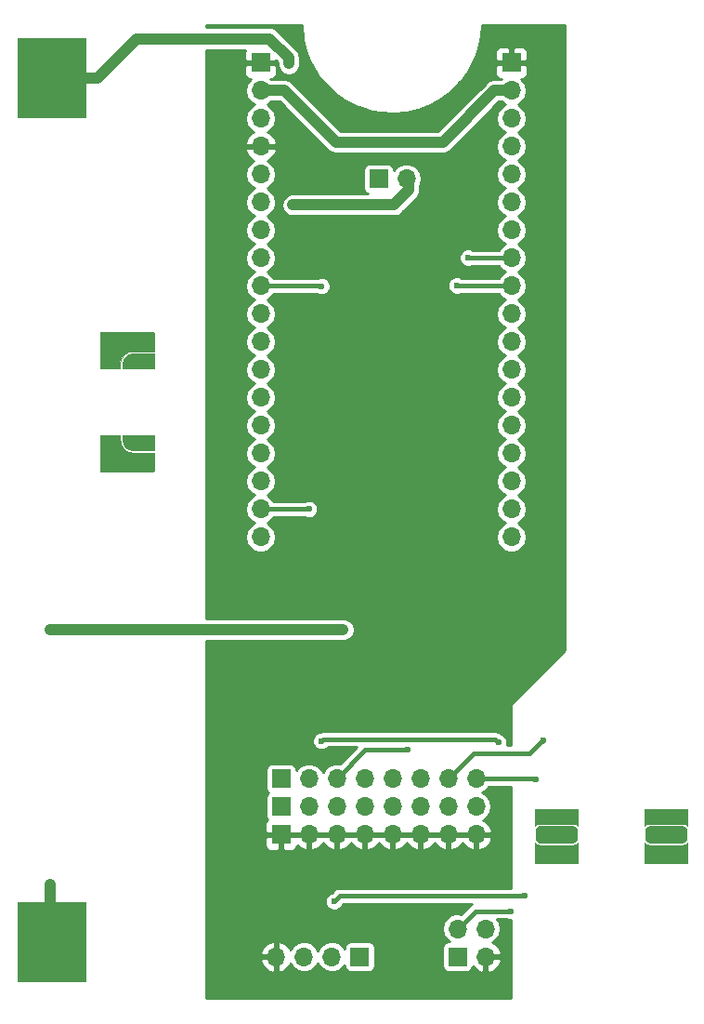
<source format=gtl>
G04 #@! TF.GenerationSoftware,KiCad,Pcbnew,5.0.0*
G04 #@! TF.CreationDate,2018-07-16T21:17:55+02:00*
G04 #@! TF.ProjectId,Heltec_Node,48656C7465635F4E6F64652E6B696361,rev?*
G04 #@! TF.SameCoordinates,Original*
G04 #@! TF.FileFunction,Copper,L1,Top,Signal*
G04 #@! TF.FilePolarity,Positive*
%FSLAX46Y46*%
G04 Gerber Fmt 4.6, Leading zero omitted, Abs format (unit mm)*
G04 Created by KiCad (PCBNEW 5.0.0) date Mon Jul 16 21:17:55 2018*
%MOMM*%
%LPD*%
G01*
G04 APERTURE LIST*
G04 #@! TA.AperFunction,ComponentPad*
%ADD10R,1.700000X1.700000*%
G04 #@! TD*
G04 #@! TA.AperFunction,ComponentPad*
%ADD11O,1.700000X1.700000*%
G04 #@! TD*
G04 #@! TA.AperFunction,SMDPad,CuDef*
%ADD12R,6.350000X7.340000*%
G04 #@! TD*
G04 #@! TA.AperFunction,ViaPad*
%ADD13C,0.600000*%
G04 #@! TD*
G04 #@! TA.AperFunction,Conductor*
%ADD14C,1.000000*%
G04 #@! TD*
G04 #@! TA.AperFunction,Conductor*
%ADD15C,0.400000*%
G04 #@! TD*
G04 #@! TA.AperFunction,NonConductor*
%ADD16C,0.050000*%
G04 #@! TD*
%ADD17C,0.050000*%
G04 #@! TA.AperFunction,Conductor*
%ADD18C,0.254000*%
G04 #@! TD*
G04 APERTURE END LIST*
D10*
G04 #@! TO.P,J1,1*
G04 #@! TO.N,GND*
X120060000Y-79600000D03*
D11*
G04 #@! TO.P,J1,2*
G04 #@! TO.N,+5V*
X120060000Y-82140000D03*
G04 #@! TO.P,J1,3*
G04 #@! TO.N,+3V3*
X120060000Y-84680000D03*
G04 #@! TO.P,J1,4*
G04 #@! TO.N,GND*
X120060000Y-87220000D03*
G04 #@! TO.P,J1,5*
G04 #@! TO.N,Net-(J1-Pad5)*
X120060000Y-89760000D03*
G04 #@! TO.P,J1,6*
G04 #@! TO.N,Net-(J1-Pad6)*
X120060000Y-92300000D03*
G04 #@! TO.P,J1,7*
G04 #@! TO.N,Net-(J1-Pad7)*
X120060000Y-94840000D03*
G04 #@! TO.P,J1,8*
G04 #@! TO.N,Net-(J1-Pad8)*
X120060000Y-97380000D03*
G04 #@! TO.P,J1,9*
G04 #@! TO.N,SCL*
X120060000Y-99920000D03*
G04 #@! TO.P,J1,10*
G04 #@! TO.N,Net-(J1-Pad10)*
X120060000Y-102460000D03*
G04 #@! TO.P,J1,11*
G04 #@! TO.N,23*
X120060000Y-105000000D03*
G04 #@! TO.P,J1,12*
G04 #@! TO.N,Net-(J1-Pad12)*
X120060000Y-107540000D03*
G04 #@! TO.P,J1,13*
G04 #@! TO.N,Net-(J1-Pad13)*
X120060000Y-110080000D03*
G04 #@! TO.P,J1,14*
G04 #@! TO.N,Net-(J1-Pad14)*
X120060000Y-112620000D03*
G04 #@! TO.P,J1,15*
G04 #@! TO.N,2*
X120060000Y-115160000D03*
G04 #@! TO.P,J1,16*
G04 #@! TO.N,Net-(J1-Pad16)*
X120060000Y-117700000D03*
G04 #@! TO.P,J1,17*
G04 #@! TO.N,17*
X120060000Y-120240000D03*
G04 #@! TO.P,J1,18*
G04 #@! TO.N,Net-(J1-Pad18)*
X120060000Y-122780000D03*
G04 #@! TD*
D10*
G04 #@! TO.P,J2,1*
G04 #@! TO.N,GND*
X142920000Y-79600000D03*
D11*
G04 #@! TO.P,J2,2*
G04 #@! TO.N,+5V*
X142920000Y-82140000D03*
G04 #@! TO.P,J2,3*
G04 #@! TO.N,+3V3*
X142920000Y-84680000D03*
G04 #@! TO.P,J2,4*
G04 #@! TO.N,36*
X142920000Y-87220000D03*
G04 #@! TO.P,J2,5*
G04 #@! TO.N,37*
X142920000Y-89760000D03*
G04 #@! TO.P,J2,6*
G04 #@! TO.N,38*
X142920000Y-92300000D03*
G04 #@! TO.P,J2,7*
G04 #@! TO.N,39*
X142920000Y-94840000D03*
G04 #@! TO.P,J2,8*
G04 #@! TO.N,34*
X142920000Y-97380000D03*
G04 #@! TO.P,J2,9*
G04 #@! TO.N,35*
X142920000Y-99920000D03*
G04 #@! TO.P,J2,10*
G04 #@! TO.N,Net-(J2-Pad10)*
X142920000Y-102460000D03*
G04 #@! TO.P,J2,11*
G04 #@! TO.N,Net-(J2-Pad11)*
X142920000Y-105000000D03*
G04 #@! TO.P,J2,12*
G04 #@! TO.N,DAC2*
X142920000Y-107540000D03*
G04 #@! TO.P,J2,13*
G04 #@! TO.N,Net-(J2-Pad13)*
X142920000Y-110080000D03*
G04 #@! TO.P,J2,14*
G04 #@! TO.N,Net-(J2-Pad14)*
X142920000Y-112620000D03*
G04 #@! TO.P,J2,15*
G04 #@! TO.N,Net-(J2-Pad15)*
X142920000Y-115160000D03*
G04 #@! TO.P,J2,16*
G04 #@! TO.N,12*
X142920000Y-117700000D03*
G04 #@! TO.P,J2,17*
G04 #@! TO.N,DHT_D*
X142920000Y-120240000D03*
G04 #@! TO.P,J2,18*
G04 #@! TO.N,SDA*
X142920000Y-122780000D03*
G04 #@! TD*
D10*
G04 #@! TO.P,J3,1*
G04 #@! TO.N,2*
X121920000Y-144780000D03*
D11*
G04 #@! TO.P,J3,2*
G04 #@! TO.N,17*
X124460000Y-144780000D03*
G04 #@! TO.P,J3,3*
G04 #@! TO.N,34*
X127000000Y-144780000D03*
G04 #@! TO.P,J3,4*
G04 #@! TO.N,35*
X129540000Y-144780000D03*
G04 #@! TO.P,J3,5*
G04 #@! TO.N,36*
X132080000Y-144780000D03*
G04 #@! TO.P,J3,6*
G04 #@! TO.N,37*
X134620000Y-144780000D03*
G04 #@! TO.P,J3,7*
G04 #@! TO.N,38*
X137160000Y-144780000D03*
G04 #@! TO.P,J3,8*
G04 #@! TO.N,39*
X139700000Y-144780000D03*
G04 #@! TD*
D10*
G04 #@! TO.P,J4,1*
G04 #@! TO.N,+3V3*
X121920000Y-147320000D03*
D11*
G04 #@! TO.P,J4,2*
X124460000Y-147320000D03*
G04 #@! TO.P,J4,3*
X127000000Y-147320000D03*
G04 #@! TO.P,J4,4*
X129540000Y-147320000D03*
G04 #@! TO.P,J4,5*
X132080000Y-147320000D03*
G04 #@! TO.P,J4,6*
X134620000Y-147320000D03*
G04 #@! TO.P,J4,7*
X137160000Y-147320000D03*
G04 #@! TO.P,J4,8*
X139700000Y-147320000D03*
G04 #@! TD*
D10*
G04 #@! TO.P,J5,1*
G04 #@! TO.N,GND*
X121920000Y-149860000D03*
D11*
G04 #@! TO.P,J5,2*
X124460000Y-149860000D03*
G04 #@! TO.P,J5,3*
X127000000Y-149860000D03*
G04 #@! TO.P,J5,4*
X129540000Y-149860000D03*
G04 #@! TO.P,J5,5*
X132080000Y-149860000D03*
G04 #@! TO.P,J5,6*
X134620000Y-149860000D03*
G04 #@! TO.P,J5,7*
X137160000Y-149860000D03*
G04 #@! TO.P,J5,8*
X139700000Y-149860000D03*
G04 #@! TD*
D10*
G04 #@! TO.P,J6,1*
G04 #@! TO.N,+3V3*
X138000000Y-161000000D03*
D11*
G04 #@! TO.P,J6,2*
G04 #@! TO.N,SDA*
X138000000Y-158460000D03*
G04 #@! TO.P,J6,3*
G04 #@! TO.N,GND*
X140540000Y-161000000D03*
G04 #@! TO.P,J6,4*
G04 #@! TO.N,SCL*
X140540000Y-158460000D03*
G04 #@! TD*
D10*
G04 #@! TO.P,J7,1*
G04 #@! TO.N,+3V3*
X129080000Y-161000000D03*
D11*
G04 #@! TO.P,J7,2*
G04 #@! TO.N,DHT_D*
X126540000Y-161000000D03*
G04 #@! TO.P,J7,3*
G04 #@! TO.N,Net-(J7-Pad3)*
X124000000Y-161000000D03*
G04 #@! TO.P,J7,4*
G04 #@! TO.N,GND*
X121460000Y-161000000D03*
G04 #@! TD*
D12*
G04 #@! TO.P,BT1,1*
G04 #@! TO.N,Net-(BT1-Pad1)*
X101000000Y-159660000D03*
G04 #@! TO.P,BT1,2*
G04 #@! TO.N,Net-(BT1-Pad2)*
X101000000Y-81000000D03*
G04 #@! TD*
D10*
G04 #@! TO.P,J8,1*
G04 #@! TO.N,Net-(BT1-Pad1)*
X130810000Y-90170000D03*
D11*
G04 #@! TO.P,J8,2*
G04 #@! TO.N,Net-(BT1-Pad2)*
X133350000Y-90170000D03*
G04 #@! TD*
D13*
G04 #@! TO.N,SCL*
X125589533Y-99945845D03*
X125589533Y-141346392D03*
X141732000Y-141478000D03*
G04 #@! TO.N,17*
X124460000Y-120240000D03*
G04 #@! TO.N,38*
X145802158Y-141267883D03*
G04 #@! TO.N,39*
X145163802Y-144813799D03*
G04 #@! TO.N,34*
X133438560Y-142182130D03*
X138954588Y-97372364D03*
G04 #@! TO.N,35*
X137922890Y-99892054D03*
G04 #@! TO.N,DHT_D*
X144127827Y-155448000D03*
X126746000Y-155956000D03*
G04 #@! TO.N,SDA*
X142858527Y-156836173D03*
G04 #@! TO.N,Net-(BT1-Pad1)*
X100883814Y-131221968D03*
X127579147Y-131223061D03*
X100838000Y-154432000D03*
G04 #@! TO.N,Net-(BT1-Pad2)*
X122631530Y-79696649D03*
X122995450Y-92550160D03*
G04 #@! TD*
D14*
G04 #@! TO.N,+5V*
X120060000Y-82140000D02*
X122224797Y-82140000D01*
X122224797Y-82140000D02*
X126928469Y-86843672D01*
X126928469Y-86843672D02*
X136640615Y-86843672D01*
X136640615Y-86843672D02*
X141344287Y-82140000D01*
X141344287Y-82140000D02*
X142920000Y-82140000D01*
D15*
G04 #@! TO.N,SCL*
X120060000Y-99920000D02*
X125563688Y-99920000D01*
X125563688Y-99920000D02*
X125589533Y-99945845D01*
X125757924Y-141178001D02*
X125589533Y-141346392D01*
X141432001Y-141178001D02*
X125757924Y-141178001D01*
X141732000Y-141478000D02*
X141432001Y-141178001D01*
G04 #@! TO.N,17*
X120060000Y-120240000D02*
X124460000Y-120240000D01*
G04 #@! TO.N,38*
X145502159Y-141567882D02*
X145802158Y-141267883D01*
X139462891Y-142477109D02*
X144592932Y-142477109D01*
X137160000Y-144780000D02*
X139462891Y-142477109D01*
X144592932Y-142477109D02*
X145502159Y-141567882D01*
G04 #@! TO.N,39*
X145130003Y-144780000D02*
X145163802Y-144813799D01*
X139700000Y-144780000D02*
X145130003Y-144780000D01*
G04 #@! TO.N,34*
X133014296Y-142182130D02*
X133438560Y-142182130D01*
X129597870Y-142182130D02*
X133014296Y-142182130D01*
X127000000Y-144780000D02*
X129597870Y-142182130D01*
X142920000Y-97380000D02*
X138962224Y-97380000D01*
X138962224Y-97380000D02*
X138954588Y-97372364D01*
G04 #@! TO.N,35*
X137950836Y-99920000D02*
X137922890Y-99892054D01*
X142920000Y-99920000D02*
X137950836Y-99920000D01*
G04 #@! TO.N,DHT_D*
X126746000Y-155956000D02*
X127254000Y-155448000D01*
X143703563Y-155448000D02*
X144127827Y-155448000D01*
X127254000Y-155448000D02*
X143703563Y-155448000D01*
G04 #@! TO.N,SDA*
X142434263Y-156836173D02*
X142858527Y-156836173D01*
X139623827Y-156836173D02*
X142434263Y-156836173D01*
X138000000Y-158460000D02*
X139623827Y-156836173D01*
D14*
G04 #@! TO.N,Net-(BT1-Pad1)*
X100884907Y-131223061D02*
X100883814Y-131221968D01*
X127579147Y-131223061D02*
X100884907Y-131223061D01*
X100838000Y-154432000D02*
X100838000Y-159498000D01*
X100838000Y-159498000D02*
X101000000Y-159660000D01*
G04 #@! TO.N,Net-(BT1-Pad2)*
X101000000Y-81000000D02*
X105175000Y-81000000D01*
X105175000Y-81000000D02*
X108753669Y-77421331D01*
X108753669Y-77421331D02*
X120875283Y-77421331D01*
X120875283Y-77421331D02*
X122631530Y-79177578D01*
X122631530Y-79177578D02*
X122631530Y-79272385D01*
X122631530Y-79272385D02*
X122631530Y-79696649D01*
X122995450Y-92550160D02*
X132191921Y-92550160D01*
X132191921Y-92550160D02*
X133540000Y-91202081D01*
X133540000Y-91202081D02*
X133540000Y-90000000D01*
G04 #@! TD*
D16*
G36*
X110289431Y-104207530D02*
X110308095Y-104252589D01*
X110308096Y-104252590D01*
X110348969Y-104313761D01*
X110348969Y-105866801D01*
X108361662Y-105866801D01*
X108349586Y-105869203D01*
X108349583Y-105869203D01*
X107966900Y-105945323D01*
X107966899Y-105945323D01*
X107921839Y-105963987D01*
X107597416Y-106180760D01*
X107562928Y-106215248D01*
X107346156Y-106539671D01*
X107346155Y-106539672D01*
X107327491Y-106584732D01*
X107251371Y-106967415D01*
X107251371Y-106967423D01*
X107248970Y-106979494D01*
X107248970Y-107466801D01*
X105398969Y-107466801D01*
X105398969Y-104118901D01*
X110271393Y-104116844D01*
X110289431Y-104207530D01*
X110289431Y-104207530D01*
G37*
X110289431Y-104207530D02*
X110308095Y-104252589D01*
X110308096Y-104252590D01*
X110348969Y-104313761D01*
X110348969Y-105866801D01*
X108361662Y-105866801D01*
X108349586Y-105869203D01*
X108349583Y-105869203D01*
X107966900Y-105945323D01*
X107966899Y-105945323D01*
X107921839Y-105963987D01*
X107597416Y-106180760D01*
X107562928Y-106215248D01*
X107346156Y-106539671D01*
X107346155Y-106539672D01*
X107327491Y-106584732D01*
X107251371Y-106967415D01*
X107251371Y-106967423D01*
X107248970Y-106979494D01*
X107248970Y-107466801D01*
X105398969Y-107466801D01*
X105398969Y-104118901D01*
X110271393Y-104116844D01*
X110289431Y-104207530D01*
G36*
X110348969Y-107466801D02*
X107498969Y-107466801D01*
X107498969Y-107004111D01*
X107567836Y-106657891D01*
X107756983Y-106374813D01*
X108040059Y-106185668D01*
X108386279Y-106116801D01*
X110348969Y-106116801D01*
X110348969Y-107466801D01*
X110348969Y-107466801D01*
G37*
X110348969Y-107466801D02*
X107498969Y-107466801D01*
X107498969Y-107004111D01*
X107567836Y-106657891D01*
X107756983Y-106374813D01*
X108040059Y-106185668D01*
X108386279Y-106116801D01*
X110348969Y-106116801D01*
X110348969Y-107466801D01*
X105398969Y-113516801D02*
X107248969Y-113516801D01*
X105398969Y-113564301D02*
X107248969Y-113564301D01*
X105398969Y-113611801D02*
X107248969Y-113611801D01*
X105398969Y-113659301D02*
X107248969Y-113659301D01*
X105398969Y-113706801D02*
X107248969Y-113706801D01*
X105398969Y-113754301D02*
X107248969Y-113754301D01*
X105398969Y-113801801D02*
X107248969Y-113801801D01*
X105398969Y-113849301D02*
X107248969Y-113849301D01*
X105398969Y-113896801D02*
X107248969Y-113896801D01*
X105398969Y-113944301D02*
X107248969Y-113944301D01*
X105398969Y-113991801D02*
X107248969Y-113991801D01*
X105398969Y-114039301D02*
X107255968Y-114039301D01*
X105398969Y-114086801D02*
X107265416Y-114086801D01*
X105398969Y-114134301D02*
X107274865Y-114134301D01*
X105398969Y-114181801D02*
X107284313Y-114181801D01*
X105398969Y-114229301D02*
X107293761Y-114229301D01*
X105398969Y-114276801D02*
X107303210Y-114276801D01*
X105398969Y-114324301D02*
X107312658Y-114324301D01*
X105398969Y-114371801D02*
X107322106Y-114371801D01*
X105398969Y-114419301D02*
X107335953Y-114419301D01*
X105398969Y-114466801D02*
X107361436Y-114466801D01*
X105398969Y-114514301D02*
X107393175Y-114514301D01*
X105398969Y-114561801D02*
X107424913Y-114561801D01*
X105398969Y-114609301D02*
X107456652Y-114609301D01*
X105398969Y-114656801D02*
X107488390Y-114656801D01*
X105398969Y-114704301D02*
X107520129Y-114704301D01*
X105398969Y-114751801D02*
X107551867Y-114751801D01*
X105398969Y-114799301D02*
X107593875Y-114799301D01*
X105398969Y-114846801D02*
X107663205Y-114846801D01*
X105398969Y-114894301D02*
X107734293Y-114894301D01*
X105398969Y-114941801D02*
X107805382Y-114941801D01*
X105398969Y-114989301D02*
X107876470Y-114989301D01*
X105398969Y-115036801D02*
X107963330Y-115036801D01*
X105398969Y-115084301D02*
X108198269Y-115084301D01*
X105398969Y-115131801D02*
X110348969Y-115131801D01*
X105398969Y-115179301D02*
X110348969Y-115179301D01*
X105398969Y-115226801D02*
X110348969Y-115226801D01*
X105398969Y-115274301D02*
X110348969Y-115274301D01*
X105398969Y-115321801D02*
X110348969Y-115321801D01*
X105398969Y-115369301D02*
X110348969Y-115369301D01*
X105398969Y-115416801D02*
X110348969Y-115416801D01*
X105398969Y-115464301D02*
X110348969Y-115464301D01*
X105398969Y-115511801D02*
X110348969Y-115511801D01*
X105398969Y-115559301D02*
X110348969Y-115559301D01*
X105398969Y-115606801D02*
X110348969Y-115606801D01*
X105398969Y-115654301D02*
X110348969Y-115654301D01*
X105398969Y-115701801D02*
X110348969Y-115701801D01*
X105398969Y-115749301D02*
X110348969Y-115749301D01*
X105398969Y-115796801D02*
X110348969Y-115796801D01*
X105398969Y-115844301D02*
X110348969Y-115844301D01*
X105398969Y-115891801D02*
X110348969Y-115891801D01*
X105398969Y-115939301D02*
X110348969Y-115939301D01*
X105398969Y-115986801D02*
X110348969Y-115986801D01*
X105398969Y-116034301D02*
X110348969Y-116034301D01*
X105398969Y-116081801D02*
X110348969Y-116081801D01*
X105398969Y-116129301D02*
X110348969Y-116129301D01*
X105398969Y-116176801D02*
X110348969Y-116176801D01*
X105398969Y-116224301D02*
X110348969Y-116224301D01*
X105398969Y-116271801D02*
X110348969Y-116271801D01*
X105398969Y-116319301D02*
X110348969Y-116319301D01*
X105398969Y-116366801D02*
X110348969Y-116366801D01*
X105398969Y-116414301D02*
X110348969Y-116414301D01*
X105398969Y-116461801D02*
X110348969Y-116461801D01*
X105398969Y-116509301D02*
X110348969Y-116509301D01*
X105398969Y-116556801D02*
X110348969Y-116556801D01*
X105398969Y-116604301D02*
X110348969Y-116604301D01*
X105398969Y-116651801D02*
X110348969Y-116651801D01*
X105398969Y-116699301D02*
X110334631Y-116699301D01*
X105398969Y-116746801D02*
X110304870Y-116746801D01*
X105398969Y-116794301D02*
X110287397Y-116794301D01*
X105398969Y-116841801D02*
X110277949Y-116841801D01*
X110348969Y-115116801D02*
X110348969Y-116677842D01*
X110301469Y-115116801D02*
X110301469Y-116755009D01*
X110253969Y-115116801D02*
X110253969Y-116866853D01*
X110206469Y-115116801D02*
X110206469Y-116866873D01*
X110158969Y-115116801D02*
X110158969Y-116866894D01*
X110111469Y-115116801D02*
X110111469Y-116866914D01*
X110063969Y-115116801D02*
X110063969Y-116866935D01*
X110016469Y-115116801D02*
X110016469Y-116866956D01*
X109968969Y-115116801D02*
X109968969Y-116866976D01*
X109921469Y-115116801D02*
X109921469Y-116866997D01*
X109873969Y-115116801D02*
X109873969Y-116867017D01*
X109826469Y-115116801D02*
X109826469Y-116867038D01*
X109778969Y-115116801D02*
X109778969Y-116867059D01*
X109731469Y-115116801D02*
X109731469Y-116867079D01*
X109683969Y-115116801D02*
X109683969Y-116867100D01*
X109636469Y-115116801D02*
X109636469Y-116867120D01*
X109588969Y-115116801D02*
X109588969Y-116867141D01*
X109541469Y-115116801D02*
X109541469Y-116867161D01*
X109493969Y-115116801D02*
X109493969Y-116867182D01*
X109446469Y-115116801D02*
X109446469Y-116867203D01*
X109398969Y-115116801D02*
X109398969Y-116867223D01*
X109351469Y-115116801D02*
X109351469Y-116867244D01*
X109303969Y-115116801D02*
X109303969Y-116867264D01*
X109256469Y-115116801D02*
X109256469Y-116867285D01*
X109208969Y-115116801D02*
X109208969Y-116867306D01*
X109161469Y-115116801D02*
X109161469Y-116867326D01*
X109113969Y-115116801D02*
X109113969Y-116867347D01*
X109066469Y-115116801D02*
X109066469Y-116867367D01*
X109018969Y-115116801D02*
X109018969Y-116867388D01*
X108971469Y-115116801D02*
X108971469Y-116867408D01*
X108923969Y-115116801D02*
X108923969Y-116867429D01*
X108876469Y-115116801D02*
X108876469Y-116867450D01*
X108828969Y-115116801D02*
X108828969Y-116867470D01*
X108781469Y-115116801D02*
X108781469Y-116867491D01*
X108733969Y-115116801D02*
X108733969Y-116867511D01*
X108686469Y-115116801D02*
X108686469Y-116867532D01*
X108638969Y-115116801D02*
X108638969Y-116867553D01*
X108591469Y-115116801D02*
X108591469Y-116867573D01*
X108543969Y-115116801D02*
X108543969Y-116867594D01*
X108496469Y-115116801D02*
X108496469Y-116867614D01*
X108448969Y-115116801D02*
X108448969Y-116867635D01*
X108401469Y-115116801D02*
X108401469Y-116867655D01*
X108353969Y-115115270D02*
X108353969Y-116867676D01*
X108306469Y-115105823D02*
X108306469Y-116867697D01*
X108258969Y-115096374D02*
X108258969Y-116867717D01*
X108211469Y-115086926D02*
X108211469Y-116867738D01*
X108163969Y-115077478D02*
X108163969Y-116867758D01*
X108116469Y-115068029D02*
X108116469Y-116867779D01*
X108068969Y-115058581D02*
X108068969Y-116867800D01*
X108021469Y-115049133D02*
X108021469Y-116867820D01*
X107973969Y-115039685D02*
X107973969Y-116867841D01*
X107926469Y-115021532D02*
X107926469Y-116867861D01*
X107878969Y-114990970D02*
X107878969Y-116867882D01*
X107831469Y-114959231D02*
X107831469Y-116867902D01*
X107783969Y-114927493D02*
X107783969Y-116867923D01*
X107736469Y-114895754D02*
X107736469Y-116867944D01*
X107688969Y-114864015D02*
X107688969Y-116867964D01*
X107641469Y-114832277D02*
X107641469Y-116867985D01*
X107593969Y-114799395D02*
X107593969Y-116868005D01*
X107546469Y-114743721D02*
X107546469Y-116868026D01*
X107498969Y-114672632D02*
X107498969Y-116868047D01*
X107451469Y-114601543D02*
X107451469Y-116868067D01*
X107403969Y-114530454D02*
X107403969Y-116868088D01*
X107356469Y-114459366D02*
X107356469Y-116868108D01*
X107308969Y-114305753D02*
X107308969Y-116868129D01*
X107261469Y-114066953D02*
X107261469Y-116868149D01*
X107213969Y-113516801D02*
X107213969Y-116868170D01*
X107166469Y-113516801D02*
X107166469Y-116868191D01*
X107118969Y-113516801D02*
X107118969Y-116868211D01*
X107071469Y-113516801D02*
X107071469Y-116868232D01*
X107023969Y-113516801D02*
X107023969Y-116868252D01*
X106976469Y-113516801D02*
X106976469Y-116868273D01*
X106928969Y-113516801D02*
X106928969Y-116868294D01*
X106881469Y-113516801D02*
X106881469Y-116868314D01*
X106833969Y-113516801D02*
X106833969Y-116868335D01*
X106786469Y-113516801D02*
X106786469Y-116868355D01*
X106738969Y-113516801D02*
X106738969Y-116868376D01*
X106691469Y-113516801D02*
X106691469Y-116868396D01*
X106643969Y-113516801D02*
X106643969Y-116868417D01*
X106596469Y-113516801D02*
X106596469Y-116868438D01*
X106548969Y-113516801D02*
X106548969Y-116868458D01*
X106501469Y-113516801D02*
X106501469Y-116868479D01*
X106453969Y-113516801D02*
X106453969Y-116868499D01*
X106406469Y-113516801D02*
X106406469Y-116868520D01*
X106358969Y-113516801D02*
X106358969Y-116868541D01*
X106311469Y-113516801D02*
X106311469Y-116868561D01*
X106263969Y-113516801D02*
X106263969Y-116868582D01*
X106216469Y-113516801D02*
X106216469Y-116868602D01*
X106168969Y-113516801D02*
X106168969Y-116868623D01*
X106121469Y-113516801D02*
X106121469Y-116868643D01*
X106073969Y-113516801D02*
X106073969Y-116868664D01*
X106026469Y-113516801D02*
X106026469Y-116868685D01*
X105978969Y-113516801D02*
X105978969Y-116868705D01*
X105931469Y-113516801D02*
X105931469Y-116868726D01*
X105883969Y-113516801D02*
X105883969Y-116868746D01*
X105836469Y-113516801D02*
X105836469Y-116868767D01*
X105788969Y-113516801D02*
X105788969Y-116868788D01*
X105741469Y-113516801D02*
X105741469Y-116868808D01*
X105693969Y-113516801D02*
X105693969Y-116868829D01*
X105646469Y-113516801D02*
X105646469Y-116868849D01*
X105598969Y-113516801D02*
X105598969Y-116868870D01*
X105551469Y-113516801D02*
X105551469Y-116868890D01*
X105503969Y-113516801D02*
X105503969Y-116868911D01*
X105456469Y-113516801D02*
X105456469Y-116868932D01*
X105408969Y-113516801D02*
X105408969Y-116868952D01*
X107498969Y-113516801D02*
X110348969Y-113516801D01*
X107498969Y-113564301D02*
X110348969Y-113564301D01*
X107498969Y-113611801D02*
X110348969Y-113611801D01*
X107498969Y-113659301D02*
X110348969Y-113659301D01*
X107498969Y-113706801D02*
X110348969Y-113706801D01*
X107498969Y-113754301D02*
X110348969Y-113754301D01*
X107498969Y-113801801D02*
X110348969Y-113801801D01*
X107498969Y-113849301D02*
X110348969Y-113849301D01*
X107498969Y-113896801D02*
X110348969Y-113896801D01*
X107498969Y-113944301D02*
X110348969Y-113944301D01*
X107501418Y-113991801D02*
X110348969Y-113991801D01*
X107510866Y-114039301D02*
X110348969Y-114039301D01*
X107520315Y-114086801D02*
X110348969Y-114086801D01*
X107529763Y-114134301D02*
X110348969Y-114134301D01*
X107539211Y-114181801D02*
X110348969Y-114181801D01*
X107548659Y-114229301D02*
X110348969Y-114229301D01*
X107558108Y-114276801D02*
X110348969Y-114276801D01*
X107567556Y-114324301D02*
X110348969Y-114324301D01*
X107598633Y-114371801D02*
X110348969Y-114371801D01*
X107630371Y-114419301D02*
X110348969Y-114419301D01*
X107662110Y-114466801D02*
X110348969Y-114466801D01*
X107693849Y-114514301D02*
X110348969Y-114514301D01*
X107725587Y-114561801D02*
X110348969Y-114561801D01*
X107757750Y-114609301D02*
X110348969Y-114609301D01*
X107828839Y-114656801D02*
X110348969Y-114656801D01*
X107899928Y-114704301D02*
X110348969Y-114704301D01*
X107971016Y-114751801D02*
X110348969Y-114751801D01*
X108046932Y-114799301D02*
X110348969Y-114799301D01*
X108285732Y-114846801D02*
X110348969Y-114846801D01*
X110348969Y-113516801D02*
X110348969Y-114866801D01*
X110301469Y-113516801D02*
X110301469Y-114866801D01*
X110253969Y-113516801D02*
X110253969Y-114866801D01*
X110206469Y-113516801D02*
X110206469Y-114866801D01*
X110158969Y-113516801D02*
X110158969Y-114866801D01*
X110111469Y-113516801D02*
X110111469Y-114866801D01*
X110063969Y-113516801D02*
X110063969Y-114866801D01*
X110016469Y-113516801D02*
X110016469Y-114866801D01*
X109968969Y-113516801D02*
X109968969Y-114866801D01*
X109921469Y-113516801D02*
X109921469Y-114866801D01*
X109873969Y-113516801D02*
X109873969Y-114866801D01*
X109826469Y-113516801D02*
X109826469Y-114866801D01*
X109778969Y-113516801D02*
X109778969Y-114866801D01*
X109731469Y-113516801D02*
X109731469Y-114866801D01*
X109683969Y-113516801D02*
X109683969Y-114866801D01*
X109636469Y-113516801D02*
X109636469Y-114866801D01*
X109588969Y-113516801D02*
X109588969Y-114866801D01*
X109541469Y-113516801D02*
X109541469Y-114866801D01*
X109493969Y-113516801D02*
X109493969Y-114866801D01*
X109446469Y-113516801D02*
X109446469Y-114866801D01*
X109398969Y-113516801D02*
X109398969Y-114866801D01*
X109351469Y-113516801D02*
X109351469Y-114866801D01*
X109303969Y-113516801D02*
X109303969Y-114866801D01*
X109256469Y-113516801D02*
X109256469Y-114866801D01*
X109208969Y-113516801D02*
X109208969Y-114866801D01*
X109161469Y-113516801D02*
X109161469Y-114866801D01*
X109113969Y-113516801D02*
X109113969Y-114866801D01*
X109066469Y-113516801D02*
X109066469Y-114866801D01*
X109018969Y-113516801D02*
X109018969Y-114866801D01*
X108971469Y-113516801D02*
X108971469Y-114866801D01*
X108923969Y-113516801D02*
X108923969Y-114866801D01*
X108876469Y-113516801D02*
X108876469Y-114866801D01*
X108828969Y-113516801D02*
X108828969Y-114866801D01*
X108781469Y-113516801D02*
X108781469Y-114866801D01*
X108733969Y-113516801D02*
X108733969Y-114866801D01*
X108686469Y-113516801D02*
X108686469Y-114866801D01*
X108638969Y-113516801D02*
X108638969Y-114866801D01*
X108591469Y-113516801D02*
X108591469Y-114866801D01*
X108543969Y-113516801D02*
X108543969Y-114866801D01*
X108496469Y-113516801D02*
X108496469Y-114866801D01*
X108448969Y-113516801D02*
X108448969Y-114866801D01*
X108401469Y-113516801D02*
X108401469Y-114866801D01*
X108353969Y-113516801D02*
X108353969Y-114860375D01*
X108306469Y-113516801D02*
X108306469Y-114850926D01*
X108258969Y-113516801D02*
X108258969Y-114841478D01*
X108211469Y-113516801D02*
X108211469Y-114832030D01*
X108163969Y-113516801D02*
X108163969Y-114822582D01*
X108116469Y-113516801D02*
X108116469Y-114813133D01*
X108068969Y-113516801D02*
X108068969Y-114803685D01*
X108021469Y-113516801D02*
X108021469Y-114785513D01*
X107973969Y-113516801D02*
X107973969Y-114753775D01*
X107926469Y-113516801D02*
X107926469Y-114722036D01*
X107878969Y-113516801D02*
X107878969Y-114690298D01*
X107831469Y-113516801D02*
X107831469Y-114658559D01*
X107783969Y-113516801D02*
X107783969Y-114626821D01*
X107736469Y-113516801D02*
X107736469Y-114578088D01*
X107688969Y-113516801D02*
X107688969Y-114507000D01*
X107641469Y-113516801D02*
X107641469Y-114435911D01*
X107593969Y-113516801D02*
X107593969Y-114364822D01*
X107546469Y-113516801D02*
X107546469Y-114218292D01*
D17*
X107248969Y-114004107D02*
X107251371Y-114016183D01*
X107251371Y-114016187D01*
X107327491Y-114398870D01*
X107327491Y-114398871D01*
X107346155Y-114443930D01*
X107562928Y-114768354D01*
X107597416Y-114802842D01*
X107921839Y-115019615D01*
X107966899Y-115038279D01*
X107966900Y-115038279D01*
X108349583Y-115114399D01*
X108349586Y-115114399D01*
X108361662Y-115116801D01*
X110348969Y-115116801D01*
X110348969Y-116677842D01*
X110308096Y-116739012D01*
X110308095Y-116739013D01*
X110289431Y-116784072D01*
X110272967Y-116866845D01*
X105398969Y-116868957D01*
X105398969Y-113516801D01*
X107248969Y-113516801D01*
X107248969Y-114004107D01*
D16*
X105398969Y-113516801D02*
X107248969Y-113516801D01*
X105398969Y-113564301D02*
X107248969Y-113564301D01*
X105398969Y-113611801D02*
X107248969Y-113611801D01*
X105398969Y-113659301D02*
X107248969Y-113659301D01*
X105398969Y-113706801D02*
X107248969Y-113706801D01*
X105398969Y-113754301D02*
X107248969Y-113754301D01*
X105398969Y-113801801D02*
X107248969Y-113801801D01*
X105398969Y-113849301D02*
X107248969Y-113849301D01*
X105398969Y-113896801D02*
X107248969Y-113896801D01*
X105398969Y-113944301D02*
X107248969Y-113944301D01*
X105398969Y-113991801D02*
X107248969Y-113991801D01*
X105398969Y-114039301D02*
X107255968Y-114039301D01*
X105398969Y-114086801D02*
X107265416Y-114086801D01*
X105398969Y-114134301D02*
X107274865Y-114134301D01*
X105398969Y-114181801D02*
X107284313Y-114181801D01*
X105398969Y-114229301D02*
X107293761Y-114229301D01*
X105398969Y-114276801D02*
X107303210Y-114276801D01*
X105398969Y-114324301D02*
X107312658Y-114324301D01*
X105398969Y-114371801D02*
X107322106Y-114371801D01*
X105398969Y-114419301D02*
X107335953Y-114419301D01*
X105398969Y-114466801D02*
X107361436Y-114466801D01*
X105398969Y-114514301D02*
X107393175Y-114514301D01*
X105398969Y-114561801D02*
X107424913Y-114561801D01*
X105398969Y-114609301D02*
X107456652Y-114609301D01*
X105398969Y-114656801D02*
X107488390Y-114656801D01*
X105398969Y-114704301D02*
X107520129Y-114704301D01*
X105398969Y-114751801D02*
X107551867Y-114751801D01*
X105398969Y-114799301D02*
X107593875Y-114799301D01*
X105398969Y-114846801D02*
X107663205Y-114846801D01*
X105398969Y-114894301D02*
X107734293Y-114894301D01*
X105398969Y-114941801D02*
X107805382Y-114941801D01*
X105398969Y-114989301D02*
X107876470Y-114989301D01*
X105398969Y-115036801D02*
X107963330Y-115036801D01*
X105398969Y-115084301D02*
X108198269Y-115084301D01*
X105398969Y-115131801D02*
X110348969Y-115131801D01*
X105398969Y-115179301D02*
X110348969Y-115179301D01*
X105398969Y-115226801D02*
X110348969Y-115226801D01*
X105398969Y-115274301D02*
X110348969Y-115274301D01*
X105398969Y-115321801D02*
X110348969Y-115321801D01*
X105398969Y-115369301D02*
X110348969Y-115369301D01*
X105398969Y-115416801D02*
X110348969Y-115416801D01*
X105398969Y-115464301D02*
X110348969Y-115464301D01*
X105398969Y-115511801D02*
X110348969Y-115511801D01*
X105398969Y-115559301D02*
X110348969Y-115559301D01*
X105398969Y-115606801D02*
X110348969Y-115606801D01*
X105398969Y-115654301D02*
X110348969Y-115654301D01*
X105398969Y-115701801D02*
X110348969Y-115701801D01*
X105398969Y-115749301D02*
X110348969Y-115749301D01*
X105398969Y-115796801D02*
X110348969Y-115796801D01*
X105398969Y-115844301D02*
X110348969Y-115844301D01*
X105398969Y-115891801D02*
X110348969Y-115891801D01*
X105398969Y-115939301D02*
X110348969Y-115939301D01*
X105398969Y-115986801D02*
X110348969Y-115986801D01*
X105398969Y-116034301D02*
X110348969Y-116034301D01*
X105398969Y-116081801D02*
X110348969Y-116081801D01*
X105398969Y-116129301D02*
X110348969Y-116129301D01*
X105398969Y-116176801D02*
X110348969Y-116176801D01*
X105398969Y-116224301D02*
X110348969Y-116224301D01*
X105398969Y-116271801D02*
X110348969Y-116271801D01*
X105398969Y-116319301D02*
X110348969Y-116319301D01*
X105398969Y-116366801D02*
X110348969Y-116366801D01*
X105398969Y-116414301D02*
X110348969Y-116414301D01*
X105398969Y-116461801D02*
X110348969Y-116461801D01*
X105398969Y-116509301D02*
X110348969Y-116509301D01*
X105398969Y-116556801D02*
X110348969Y-116556801D01*
X105398969Y-116604301D02*
X110348969Y-116604301D01*
X105398969Y-116651801D02*
X110348969Y-116651801D01*
X105398969Y-116699301D02*
X110334631Y-116699301D01*
X105398969Y-116746801D02*
X110304870Y-116746801D01*
X105398969Y-116794301D02*
X110287397Y-116794301D01*
X105398969Y-116841801D02*
X110277949Y-116841801D01*
X110348969Y-115116801D02*
X110348969Y-116677842D01*
X110301469Y-115116801D02*
X110301469Y-116755009D01*
X110253969Y-115116801D02*
X110253969Y-116866853D01*
X110206469Y-115116801D02*
X110206469Y-116866873D01*
X110158969Y-115116801D02*
X110158969Y-116866894D01*
X110111469Y-115116801D02*
X110111469Y-116866914D01*
X110063969Y-115116801D02*
X110063969Y-116866935D01*
X110016469Y-115116801D02*
X110016469Y-116866956D01*
X109968969Y-115116801D02*
X109968969Y-116866976D01*
X109921469Y-115116801D02*
X109921469Y-116866997D01*
X109873969Y-115116801D02*
X109873969Y-116867017D01*
X109826469Y-115116801D02*
X109826469Y-116867038D01*
X109778969Y-115116801D02*
X109778969Y-116867059D01*
X109731469Y-115116801D02*
X109731469Y-116867079D01*
X109683969Y-115116801D02*
X109683969Y-116867100D01*
X109636469Y-115116801D02*
X109636469Y-116867120D01*
X109588969Y-115116801D02*
X109588969Y-116867141D01*
X109541469Y-115116801D02*
X109541469Y-116867161D01*
X109493969Y-115116801D02*
X109493969Y-116867182D01*
X109446469Y-115116801D02*
X109446469Y-116867203D01*
X109398969Y-115116801D02*
X109398969Y-116867223D01*
X109351469Y-115116801D02*
X109351469Y-116867244D01*
X109303969Y-115116801D02*
X109303969Y-116867264D01*
X109256469Y-115116801D02*
X109256469Y-116867285D01*
X109208969Y-115116801D02*
X109208969Y-116867306D01*
X109161469Y-115116801D02*
X109161469Y-116867326D01*
X109113969Y-115116801D02*
X109113969Y-116867347D01*
X109066469Y-115116801D02*
X109066469Y-116867367D01*
X109018969Y-115116801D02*
X109018969Y-116867388D01*
X108971469Y-115116801D02*
X108971469Y-116867408D01*
X108923969Y-115116801D02*
X108923969Y-116867429D01*
X108876469Y-115116801D02*
X108876469Y-116867450D01*
X108828969Y-115116801D02*
X108828969Y-116867470D01*
X108781469Y-115116801D02*
X108781469Y-116867491D01*
X108733969Y-115116801D02*
X108733969Y-116867511D01*
X108686469Y-115116801D02*
X108686469Y-116867532D01*
X108638969Y-115116801D02*
X108638969Y-116867553D01*
X108591469Y-115116801D02*
X108591469Y-116867573D01*
X108543969Y-115116801D02*
X108543969Y-116867594D01*
X108496469Y-115116801D02*
X108496469Y-116867614D01*
X108448969Y-115116801D02*
X108448969Y-116867635D01*
X108401469Y-115116801D02*
X108401469Y-116867655D01*
X108353969Y-115115270D02*
X108353969Y-116867676D01*
X108306469Y-115105823D02*
X108306469Y-116867697D01*
X108258969Y-115096374D02*
X108258969Y-116867717D01*
X108211469Y-115086926D02*
X108211469Y-116867738D01*
X108163969Y-115077478D02*
X108163969Y-116867758D01*
X108116469Y-115068029D02*
X108116469Y-116867779D01*
X108068969Y-115058581D02*
X108068969Y-116867800D01*
X108021469Y-115049133D02*
X108021469Y-116867820D01*
X107973969Y-115039685D02*
X107973969Y-116867841D01*
X107926469Y-115021532D02*
X107926469Y-116867861D01*
X107878969Y-114990970D02*
X107878969Y-116867882D01*
X107831469Y-114959231D02*
X107831469Y-116867902D01*
X107783969Y-114927493D02*
X107783969Y-116867923D01*
X107736469Y-114895754D02*
X107736469Y-116867944D01*
X107688969Y-114864015D02*
X107688969Y-116867964D01*
X107641469Y-114832277D02*
X107641469Y-116867985D01*
X107593969Y-114799395D02*
X107593969Y-116868005D01*
X107546469Y-114743721D02*
X107546469Y-116868026D01*
X107498969Y-114672632D02*
X107498969Y-116868047D01*
X107451469Y-114601543D02*
X107451469Y-116868067D01*
X107403969Y-114530454D02*
X107403969Y-116868088D01*
X107356469Y-114459366D02*
X107356469Y-116868108D01*
X107308969Y-114305753D02*
X107308969Y-116868129D01*
X107261469Y-114066953D02*
X107261469Y-116868149D01*
X107213969Y-113516801D02*
X107213969Y-116868170D01*
X107166469Y-113516801D02*
X107166469Y-116868191D01*
X107118969Y-113516801D02*
X107118969Y-116868211D01*
X107071469Y-113516801D02*
X107071469Y-116868232D01*
X107023969Y-113516801D02*
X107023969Y-116868252D01*
X106976469Y-113516801D02*
X106976469Y-116868273D01*
X106928969Y-113516801D02*
X106928969Y-116868294D01*
X106881469Y-113516801D02*
X106881469Y-116868314D01*
X106833969Y-113516801D02*
X106833969Y-116868335D01*
X106786469Y-113516801D02*
X106786469Y-116868355D01*
X106738969Y-113516801D02*
X106738969Y-116868376D01*
X106691469Y-113516801D02*
X106691469Y-116868396D01*
X106643969Y-113516801D02*
X106643969Y-116868417D01*
X106596469Y-113516801D02*
X106596469Y-116868438D01*
X106548969Y-113516801D02*
X106548969Y-116868458D01*
X106501469Y-113516801D02*
X106501469Y-116868479D01*
X106453969Y-113516801D02*
X106453969Y-116868499D01*
X106406469Y-113516801D02*
X106406469Y-116868520D01*
X106358969Y-113516801D02*
X106358969Y-116868541D01*
X106311469Y-113516801D02*
X106311469Y-116868561D01*
X106263969Y-113516801D02*
X106263969Y-116868582D01*
X106216469Y-113516801D02*
X106216469Y-116868602D01*
X106168969Y-113516801D02*
X106168969Y-116868623D01*
X106121469Y-113516801D02*
X106121469Y-116868643D01*
X106073969Y-113516801D02*
X106073969Y-116868664D01*
X106026469Y-113516801D02*
X106026469Y-116868685D01*
X105978969Y-113516801D02*
X105978969Y-116868705D01*
X105931469Y-113516801D02*
X105931469Y-116868726D01*
X105883969Y-113516801D02*
X105883969Y-116868746D01*
X105836469Y-113516801D02*
X105836469Y-116868767D01*
X105788969Y-113516801D02*
X105788969Y-116868788D01*
X105741469Y-113516801D02*
X105741469Y-116868808D01*
X105693969Y-113516801D02*
X105693969Y-116868829D01*
X105646469Y-113516801D02*
X105646469Y-116868849D01*
X105598969Y-113516801D02*
X105598969Y-116868870D01*
X105551469Y-113516801D02*
X105551469Y-116868890D01*
X105503969Y-113516801D02*
X105503969Y-116868911D01*
X105456469Y-113516801D02*
X105456469Y-116868932D01*
X105408969Y-113516801D02*
X105408969Y-116868952D01*
X107498969Y-113516801D02*
X110348969Y-113516801D01*
X107498969Y-113564301D02*
X110348969Y-113564301D01*
X107498969Y-113611801D02*
X110348969Y-113611801D01*
X107498969Y-113659301D02*
X110348969Y-113659301D01*
X107498969Y-113706801D02*
X110348969Y-113706801D01*
X107498969Y-113754301D02*
X110348969Y-113754301D01*
X107498969Y-113801801D02*
X110348969Y-113801801D01*
X107498969Y-113849301D02*
X110348969Y-113849301D01*
X107498969Y-113896801D02*
X110348969Y-113896801D01*
X107498969Y-113944301D02*
X110348969Y-113944301D01*
X107501418Y-113991801D02*
X110348969Y-113991801D01*
X107510866Y-114039301D02*
X110348969Y-114039301D01*
X107520315Y-114086801D02*
X110348969Y-114086801D01*
X107529763Y-114134301D02*
X110348969Y-114134301D01*
X107539211Y-114181801D02*
X110348969Y-114181801D01*
X107548659Y-114229301D02*
X110348969Y-114229301D01*
X107558108Y-114276801D02*
X110348969Y-114276801D01*
X107567556Y-114324301D02*
X110348969Y-114324301D01*
X107598633Y-114371801D02*
X110348969Y-114371801D01*
X107630371Y-114419301D02*
X110348969Y-114419301D01*
X107662110Y-114466801D02*
X110348969Y-114466801D01*
X107693849Y-114514301D02*
X110348969Y-114514301D01*
X107725587Y-114561801D02*
X110348969Y-114561801D01*
X107757750Y-114609301D02*
X110348969Y-114609301D01*
X107828839Y-114656801D02*
X110348969Y-114656801D01*
X107899928Y-114704301D02*
X110348969Y-114704301D01*
X107971016Y-114751801D02*
X110348969Y-114751801D01*
X108046932Y-114799301D02*
X110348969Y-114799301D01*
X108285732Y-114846801D02*
X110348969Y-114846801D01*
X110348969Y-113516801D02*
X110348969Y-114866801D01*
X110301469Y-113516801D02*
X110301469Y-114866801D01*
X110253969Y-113516801D02*
X110253969Y-114866801D01*
X110206469Y-113516801D02*
X110206469Y-114866801D01*
X110158969Y-113516801D02*
X110158969Y-114866801D01*
X110111469Y-113516801D02*
X110111469Y-114866801D01*
X110063969Y-113516801D02*
X110063969Y-114866801D01*
X110016469Y-113516801D02*
X110016469Y-114866801D01*
X109968969Y-113516801D02*
X109968969Y-114866801D01*
X109921469Y-113516801D02*
X109921469Y-114866801D01*
X109873969Y-113516801D02*
X109873969Y-114866801D01*
X109826469Y-113516801D02*
X109826469Y-114866801D01*
X109778969Y-113516801D02*
X109778969Y-114866801D01*
X109731469Y-113516801D02*
X109731469Y-114866801D01*
X109683969Y-113516801D02*
X109683969Y-114866801D01*
X109636469Y-113516801D02*
X109636469Y-114866801D01*
X109588969Y-113516801D02*
X109588969Y-114866801D01*
X109541469Y-113516801D02*
X109541469Y-114866801D01*
X109493969Y-113516801D02*
X109493969Y-114866801D01*
X109446469Y-113516801D02*
X109446469Y-114866801D01*
X109398969Y-113516801D02*
X109398969Y-114866801D01*
X109351469Y-113516801D02*
X109351469Y-114866801D01*
X109303969Y-113516801D02*
X109303969Y-114866801D01*
X109256469Y-113516801D02*
X109256469Y-114866801D01*
X109208969Y-113516801D02*
X109208969Y-114866801D01*
X109161469Y-113516801D02*
X109161469Y-114866801D01*
X109113969Y-113516801D02*
X109113969Y-114866801D01*
X109066469Y-113516801D02*
X109066469Y-114866801D01*
X109018969Y-113516801D02*
X109018969Y-114866801D01*
X108971469Y-113516801D02*
X108971469Y-114866801D01*
X108923969Y-113516801D02*
X108923969Y-114866801D01*
X108876469Y-113516801D02*
X108876469Y-114866801D01*
X108828969Y-113516801D02*
X108828969Y-114866801D01*
X108781469Y-113516801D02*
X108781469Y-114866801D01*
X108733969Y-113516801D02*
X108733969Y-114866801D01*
X108686469Y-113516801D02*
X108686469Y-114866801D01*
X108638969Y-113516801D02*
X108638969Y-114866801D01*
X108591469Y-113516801D02*
X108591469Y-114866801D01*
X108543969Y-113516801D02*
X108543969Y-114866801D01*
X108496469Y-113516801D02*
X108496469Y-114866801D01*
X108448969Y-113516801D02*
X108448969Y-114866801D01*
X108401469Y-113516801D02*
X108401469Y-114866801D01*
X108353969Y-113516801D02*
X108353969Y-114860375D01*
X108306469Y-113516801D02*
X108306469Y-114850926D01*
X108258969Y-113516801D02*
X108258969Y-114841478D01*
X108211469Y-113516801D02*
X108211469Y-114832030D01*
X108163969Y-113516801D02*
X108163969Y-114822582D01*
X108116469Y-113516801D02*
X108116469Y-114813133D01*
X108068969Y-113516801D02*
X108068969Y-114803685D01*
X108021469Y-113516801D02*
X108021469Y-114785513D01*
X107973969Y-113516801D02*
X107973969Y-114753775D01*
X107926469Y-113516801D02*
X107926469Y-114722036D01*
X107878969Y-113516801D02*
X107878969Y-114690298D01*
X107831469Y-113516801D02*
X107831469Y-114658559D01*
X107783969Y-113516801D02*
X107783969Y-114626821D01*
X107736469Y-113516801D02*
X107736469Y-114578088D01*
X107688969Y-113516801D02*
X107688969Y-114507000D01*
X107641469Y-113516801D02*
X107641469Y-114435911D01*
X107593969Y-113516801D02*
X107593969Y-114364822D01*
X107546469Y-113516801D02*
X107546469Y-114218292D01*
D17*
X110348969Y-114866801D02*
X108386279Y-114866801D01*
X108040059Y-114797934D01*
X107756983Y-114608789D01*
X107567836Y-114325711D01*
X107498969Y-113979491D01*
X107498969Y-113516801D01*
X110348969Y-113516801D01*
X110348969Y-114866801D01*
D16*
G36*
X148975000Y-152475000D02*
X145025000Y-152475000D01*
X145025000Y-150596790D01*
X145042512Y-150622998D01*
X145077000Y-150657486D01*
X145239211Y-150765873D01*
X145239212Y-150765874D01*
X145265607Y-150776807D01*
X145284271Y-150784538D01*
X145284272Y-150784538D01*
X145475614Y-150822598D01*
X145475617Y-150822598D01*
X145487693Y-150825000D01*
X148512307Y-150825000D01*
X148524383Y-150822598D01*
X148524386Y-150822598D01*
X148715729Y-150784538D01*
X148760788Y-150765874D01*
X148760789Y-150765873D01*
X148923000Y-150657486D01*
X148957488Y-150622998D01*
X148975000Y-150596790D01*
X148975000Y-152475000D01*
X148975000Y-152475000D01*
G37*
X148975000Y-152475000D02*
X145025000Y-152475000D01*
X145025000Y-150596790D01*
X145042512Y-150622998D01*
X145077000Y-150657486D01*
X145239211Y-150765873D01*
X145239212Y-150765874D01*
X145265607Y-150776807D01*
X145284271Y-150784538D01*
X145284272Y-150784538D01*
X145475614Y-150822598D01*
X145475617Y-150822598D01*
X145487693Y-150825000D01*
X148512307Y-150825000D01*
X148524383Y-150822598D01*
X148524386Y-150822598D01*
X148715729Y-150784538D01*
X148760788Y-150765874D01*
X148760789Y-150765873D01*
X148923000Y-150657486D01*
X148957488Y-150622998D01*
X148975000Y-150596790D01*
X148975000Y-152475000D01*
G36*
X148642569Y-149155807D02*
X148763433Y-149236567D01*
X148844193Y-149357431D01*
X148875000Y-149512311D01*
X148875001Y-150187684D01*
X148844193Y-150342569D01*
X148763433Y-150463433D01*
X148642569Y-150544193D01*
X148487690Y-150575000D01*
X145512311Y-150575000D01*
X145357431Y-150544193D01*
X145236567Y-150463433D01*
X145155807Y-150342569D01*
X145125000Y-150187690D01*
X145125000Y-149512310D01*
X145155807Y-149357431D01*
X145236567Y-149236567D01*
X145357431Y-149155807D01*
X145512311Y-149125000D01*
X148487690Y-149125000D01*
X148642569Y-149155807D01*
X148642569Y-149155807D01*
G37*
X148642569Y-149155807D02*
X148763433Y-149236567D01*
X148844193Y-149357431D01*
X148875000Y-149512311D01*
X148875001Y-150187684D01*
X148844193Y-150342569D01*
X148763433Y-150463433D01*
X148642569Y-150544193D01*
X148487690Y-150575000D01*
X145512311Y-150575000D01*
X145357431Y-150544193D01*
X145236567Y-150463433D01*
X145155807Y-150342569D01*
X145125000Y-150187690D01*
X145125000Y-149512310D01*
X145155807Y-149357431D01*
X145236567Y-149236567D01*
X145357431Y-149155807D01*
X145512311Y-149125000D01*
X148487690Y-149125000D01*
X148642569Y-149155807D01*
G36*
X148975000Y-149103211D02*
X148957486Y-149077000D01*
X148922998Y-149042512D01*
X148760789Y-148934127D01*
X148760788Y-148934126D01*
X148715729Y-148915462D01*
X148524386Y-148877402D01*
X148524383Y-148877402D01*
X148512307Y-148875000D01*
X145487693Y-148875000D01*
X145475617Y-148877402D01*
X145475614Y-148877402D01*
X145284272Y-148915462D01*
X145284271Y-148915462D01*
X145265607Y-148923193D01*
X145239212Y-148934126D01*
X145239211Y-148934127D01*
X145077002Y-149042512D01*
X145042514Y-149077000D01*
X145025000Y-149103211D01*
X145025000Y-147525000D01*
X148975000Y-147525000D01*
X148975000Y-149103211D01*
X148975000Y-149103211D01*
G37*
X148975000Y-149103211D02*
X148957486Y-149077000D01*
X148922998Y-149042512D01*
X148760789Y-148934127D01*
X148760788Y-148934126D01*
X148715729Y-148915462D01*
X148524386Y-148877402D01*
X148524383Y-148877402D01*
X148512307Y-148875000D01*
X145487693Y-148875000D01*
X145475617Y-148877402D01*
X145475614Y-148877402D01*
X145284272Y-148915462D01*
X145284271Y-148915462D01*
X145265607Y-148923193D01*
X145239212Y-148934126D01*
X145239211Y-148934127D01*
X145077002Y-149042512D01*
X145042514Y-149077000D01*
X145025000Y-149103211D01*
X145025000Y-147525000D01*
X148975000Y-147525000D01*
X148975000Y-149103211D01*
G36*
X158975000Y-152475000D02*
X155025000Y-152475000D01*
X155025000Y-150596790D01*
X155042512Y-150622998D01*
X155077000Y-150657486D01*
X155239211Y-150765873D01*
X155239212Y-150765874D01*
X155265607Y-150776807D01*
X155284271Y-150784538D01*
X155284272Y-150784538D01*
X155475614Y-150822598D01*
X155475617Y-150822598D01*
X155487693Y-150825000D01*
X158512307Y-150825000D01*
X158524383Y-150822598D01*
X158524386Y-150822598D01*
X158715729Y-150784538D01*
X158760788Y-150765874D01*
X158760789Y-150765873D01*
X158923000Y-150657486D01*
X158957488Y-150622998D01*
X158975000Y-150596790D01*
X158975000Y-152475000D01*
X158975000Y-152475000D01*
G37*
X158975000Y-152475000D02*
X155025000Y-152475000D01*
X155025000Y-150596790D01*
X155042512Y-150622998D01*
X155077000Y-150657486D01*
X155239211Y-150765873D01*
X155239212Y-150765874D01*
X155265607Y-150776807D01*
X155284271Y-150784538D01*
X155284272Y-150784538D01*
X155475614Y-150822598D01*
X155475617Y-150822598D01*
X155487693Y-150825000D01*
X158512307Y-150825000D01*
X158524383Y-150822598D01*
X158524386Y-150822598D01*
X158715729Y-150784538D01*
X158760788Y-150765874D01*
X158760789Y-150765873D01*
X158923000Y-150657486D01*
X158957488Y-150622998D01*
X158975000Y-150596790D01*
X158975000Y-152475000D01*
G36*
X158642569Y-149155807D02*
X158763433Y-149236567D01*
X158844193Y-149357431D01*
X158875000Y-149512311D01*
X158875001Y-150187684D01*
X158844193Y-150342569D01*
X158763433Y-150463433D01*
X158642569Y-150544193D01*
X158487690Y-150575000D01*
X155512311Y-150575000D01*
X155357431Y-150544193D01*
X155236567Y-150463433D01*
X155155807Y-150342569D01*
X155125000Y-150187690D01*
X155125000Y-149512310D01*
X155155807Y-149357431D01*
X155236567Y-149236567D01*
X155357431Y-149155807D01*
X155512311Y-149125000D01*
X158487690Y-149125000D01*
X158642569Y-149155807D01*
X158642569Y-149155807D01*
G37*
X158642569Y-149155807D02*
X158763433Y-149236567D01*
X158844193Y-149357431D01*
X158875000Y-149512311D01*
X158875001Y-150187684D01*
X158844193Y-150342569D01*
X158763433Y-150463433D01*
X158642569Y-150544193D01*
X158487690Y-150575000D01*
X155512311Y-150575000D01*
X155357431Y-150544193D01*
X155236567Y-150463433D01*
X155155807Y-150342569D01*
X155125000Y-150187690D01*
X155125000Y-149512310D01*
X155155807Y-149357431D01*
X155236567Y-149236567D01*
X155357431Y-149155807D01*
X155512311Y-149125000D01*
X158487690Y-149125000D01*
X158642569Y-149155807D01*
G36*
X158975000Y-149103211D02*
X158957486Y-149077000D01*
X158922998Y-149042512D01*
X158760789Y-148934127D01*
X158760788Y-148934126D01*
X158715729Y-148915462D01*
X158524386Y-148877402D01*
X158524383Y-148877402D01*
X158512307Y-148875000D01*
X155487693Y-148875000D01*
X155475617Y-148877402D01*
X155475614Y-148877402D01*
X155284272Y-148915462D01*
X155284271Y-148915462D01*
X155265607Y-148923193D01*
X155239212Y-148934126D01*
X155239211Y-148934127D01*
X155077002Y-149042512D01*
X155042514Y-149077000D01*
X155025000Y-149103211D01*
X155025000Y-147525000D01*
X158975000Y-147525000D01*
X158975000Y-149103211D01*
X158975000Y-149103211D01*
G37*
X158975000Y-149103211D02*
X158957486Y-149077000D01*
X158922998Y-149042512D01*
X158760789Y-148934127D01*
X158760788Y-148934126D01*
X158715729Y-148915462D01*
X158524386Y-148877402D01*
X158524383Y-148877402D01*
X158512307Y-148875000D01*
X155487693Y-148875000D01*
X155475617Y-148877402D01*
X155475614Y-148877402D01*
X155284272Y-148915462D01*
X155284271Y-148915462D01*
X155265607Y-148923193D01*
X155239212Y-148934126D01*
X155239211Y-148934127D01*
X155077002Y-149042512D01*
X155042514Y-149077000D01*
X155025000Y-149103211D01*
X155025000Y-147525000D01*
X158975000Y-147525000D01*
X158975000Y-149103211D01*
D18*
G04 #@! TO.N,GND*
G36*
X123776976Y-76254852D02*
X123777515Y-76261075D01*
X123777515Y-76267318D01*
X123778130Y-76274423D01*
X123893307Y-77398570D01*
X123895454Y-77410870D01*
X123897210Y-77423210D01*
X123898820Y-77430157D01*
X124171243Y-78526860D01*
X124175100Y-78538730D01*
X124178579Y-78550705D01*
X124181152Y-78557355D01*
X124605382Y-79604732D01*
X124610870Y-79615935D01*
X124616005Y-79627306D01*
X124619489Y-79633527D01*
X125187065Y-80610681D01*
X125194067Y-80620983D01*
X125200762Y-80631533D01*
X125205088Y-80637201D01*
X125904684Y-81524635D01*
X125913079Y-81533860D01*
X125921182Y-81543348D01*
X125926264Y-81548350D01*
X126743921Y-82328356D01*
X126753513Y-82336291D01*
X126762891Y-82344559D01*
X126768627Y-82348795D01*
X127688030Y-83005810D01*
X127698665Y-83012327D01*
X127709094Y-83019178D01*
X127715370Y-83022564D01*
X128718175Y-83543480D01*
X128729629Y-83548436D01*
X128740913Y-83553746D01*
X128747603Y-83556214D01*
X129813802Y-83930636D01*
X129825834Y-83933928D01*
X129837759Y-83937596D01*
X129844730Y-83939097D01*
X130953048Y-84159556D01*
X130965421Y-84161119D01*
X130977747Y-84163071D01*
X130984860Y-84163575D01*
X132113185Y-84225670D01*
X132125647Y-84225474D01*
X132138133Y-84225670D01*
X132145246Y-84225166D01*
X133271063Y-84127660D01*
X133283379Y-84125709D01*
X133295762Y-84124145D01*
X133302730Y-84122645D01*
X133302734Y-84122644D01*
X133302737Y-84122643D01*
X134403580Y-83867481D01*
X134415502Y-83863814D01*
X134427537Y-83860521D01*
X134434227Y-83858053D01*
X135488138Y-83450325D01*
X135499408Y-83445021D01*
X135510875Y-83440059D01*
X135517151Y-83436673D01*
X136503100Y-82884516D01*
X136513529Y-82877665D01*
X136524164Y-82871148D01*
X136529900Y-82866911D01*
X137428212Y-82181342D01*
X137437577Y-82173085D01*
X137447182Y-82165139D01*
X137452264Y-82160137D01*
X138245017Y-81354831D01*
X138253115Y-81345349D01*
X138261515Y-81336118D01*
X138265841Y-81330449D01*
X138937216Y-80421480D01*
X138943896Y-80410953D01*
X138950913Y-80400628D01*
X138954397Y-80394406D01*
X139491000Y-79399908D01*
X139496128Y-79388551D01*
X139501623Y-79377334D01*
X139504195Y-79370684D01*
X139779775Y-78623690D01*
X141435000Y-78623690D01*
X141435000Y-79314250D01*
X141593750Y-79473000D01*
X142793000Y-79473000D01*
X142793000Y-78273750D01*
X143047000Y-78273750D01*
X143047000Y-79473000D01*
X144246250Y-79473000D01*
X144405000Y-79314250D01*
X144405000Y-78623690D01*
X144308327Y-78390301D01*
X144129698Y-78211673D01*
X143896309Y-78115000D01*
X143205750Y-78115000D01*
X143047000Y-78273750D01*
X142793000Y-78273750D01*
X142634250Y-78115000D01*
X141943691Y-78115000D01*
X141710302Y-78211673D01*
X141531673Y-78390301D01*
X141435000Y-78623690D01*
X139779775Y-78623690D01*
X139895319Y-78310497D01*
X139898797Y-78298525D01*
X139902654Y-78286653D01*
X139904264Y-78279706D01*
X140142104Y-77174987D01*
X140143860Y-77162647D01*
X140146007Y-77150347D01*
X140146622Y-77143242D01*
X140211496Y-76227000D01*
X147773001Y-76227000D01*
X147773000Y-132977644D01*
X147768553Y-133000000D01*
X147773000Y-133022355D01*
X147777154Y-133043240D01*
X142910197Y-137910197D01*
X142882667Y-137951399D01*
X142873000Y-138000000D01*
X142873000Y-141750109D01*
X142514427Y-141750109D01*
X142559000Y-141642501D01*
X142559000Y-141313499D01*
X142433097Y-141009542D01*
X142200458Y-140776903D01*
X141976314Y-140684060D01*
X141956138Y-140653864D01*
X141715662Y-140493183D01*
X141503600Y-140451001D01*
X141503596Y-140451001D01*
X141432001Y-140436760D01*
X141360406Y-140451001D01*
X125829519Y-140451001D01*
X125757924Y-140436760D01*
X125686329Y-140451001D01*
X125686325Y-140451001D01*
X125474263Y-140493183D01*
X125435038Y-140519392D01*
X125425032Y-140519392D01*
X125121075Y-140645295D01*
X124888436Y-140877934D01*
X124762533Y-141181891D01*
X124762533Y-141510893D01*
X124888436Y-141814850D01*
X125121075Y-142047489D01*
X125425032Y-142173392D01*
X125754034Y-142173392D01*
X126057991Y-142047489D01*
X126200479Y-141905001D01*
X128846866Y-141905001D01*
X127313488Y-143438379D01*
X127135623Y-143403000D01*
X126864377Y-143403000D01*
X126462721Y-143482894D01*
X126007238Y-143787238D01*
X125730000Y-144202154D01*
X125452762Y-143787238D01*
X124997279Y-143482894D01*
X124595623Y-143403000D01*
X124324377Y-143403000D01*
X123922721Y-143482894D01*
X123467238Y-143787238D01*
X123307324Y-144026566D01*
X123307324Y-143930000D01*
X123266423Y-143724375D01*
X123149945Y-143550055D01*
X122975625Y-143433577D01*
X122770000Y-143392676D01*
X121070000Y-143392676D01*
X120864375Y-143433577D01*
X120690055Y-143550055D01*
X120573577Y-143724375D01*
X120532676Y-143930000D01*
X120532676Y-145630000D01*
X120573577Y-145835625D01*
X120690055Y-146009945D01*
X120750001Y-146050000D01*
X120690055Y-146090055D01*
X120573577Y-146264375D01*
X120532676Y-146470000D01*
X120532676Y-148170000D01*
X120573577Y-148375625D01*
X120666813Y-148515161D01*
X120531673Y-148650302D01*
X120435000Y-148883691D01*
X120435000Y-149574250D01*
X120593750Y-149733000D01*
X121793000Y-149733000D01*
X121793000Y-149713000D01*
X122047000Y-149713000D01*
X122047000Y-149733000D01*
X124333000Y-149733000D01*
X124333000Y-149713000D01*
X124587000Y-149713000D01*
X124587000Y-149733000D01*
X126873000Y-149733000D01*
X126873000Y-149713000D01*
X127127000Y-149713000D01*
X127127000Y-149733000D01*
X129413000Y-149733000D01*
X129413000Y-149713000D01*
X129667000Y-149713000D01*
X129667000Y-149733000D01*
X131953000Y-149733000D01*
X131953000Y-149713000D01*
X132207000Y-149713000D01*
X132207000Y-149733000D01*
X134493000Y-149733000D01*
X134493000Y-149713000D01*
X134747000Y-149713000D01*
X134747000Y-149733000D01*
X137033000Y-149733000D01*
X137033000Y-149713000D01*
X137287000Y-149713000D01*
X137287000Y-149733000D01*
X139573000Y-149733000D01*
X139573000Y-149713000D01*
X139827000Y-149713000D01*
X139827000Y-149733000D01*
X141020819Y-149733000D01*
X141141486Y-149503108D01*
X140895183Y-148978642D01*
X140466924Y-148588355D01*
X140351720Y-148540639D01*
X140692762Y-148312762D01*
X140997106Y-147857279D01*
X141103977Y-147320000D01*
X140997106Y-146782721D01*
X140692762Y-146327238D01*
X140277846Y-146050000D01*
X140692762Y-145772762D01*
X140870338Y-145507000D01*
X142873000Y-145507000D01*
X142873000Y-154721000D01*
X127325593Y-154721000D01*
X127253999Y-154706759D01*
X127182405Y-154721000D01*
X127182401Y-154721000D01*
X126970339Y-154763182D01*
X126729863Y-154923863D01*
X126689305Y-154984562D01*
X126518965Y-155154902D01*
X126277542Y-155254903D01*
X126044903Y-155487542D01*
X125919000Y-155791499D01*
X125919000Y-156120501D01*
X126044903Y-156424458D01*
X126277542Y-156657097D01*
X126581499Y-156783000D01*
X126910501Y-156783000D01*
X127214458Y-156657097D01*
X127447097Y-156424458D01*
X127547098Y-156183035D01*
X127555133Y-156175000D01*
X139304779Y-156175000D01*
X139099690Y-156312036D01*
X139059133Y-156372735D01*
X138313488Y-157118379D01*
X138135623Y-157083000D01*
X137864377Y-157083000D01*
X137462721Y-157162894D01*
X137007238Y-157467238D01*
X136702894Y-157922721D01*
X136596023Y-158460000D01*
X136702894Y-158997279D01*
X137007238Y-159452762D01*
X137246566Y-159612676D01*
X137150000Y-159612676D01*
X136944375Y-159653577D01*
X136770055Y-159770055D01*
X136653577Y-159944375D01*
X136612676Y-160150000D01*
X136612676Y-161850000D01*
X136653577Y-162055625D01*
X136770055Y-162229945D01*
X136944375Y-162346423D01*
X137150000Y-162387324D01*
X138850000Y-162387324D01*
X139055625Y-162346423D01*
X139229945Y-162229945D01*
X139346423Y-162055625D01*
X139375521Y-161909339D01*
X139773076Y-162271645D01*
X140183110Y-162441476D01*
X140413000Y-162320155D01*
X140413000Y-161127000D01*
X140667000Y-161127000D01*
X140667000Y-162320155D01*
X140896890Y-162441476D01*
X141306924Y-162271645D01*
X141735183Y-161881358D01*
X141981486Y-161356892D01*
X141860819Y-161127000D01*
X140667000Y-161127000D01*
X140413000Y-161127000D01*
X140393000Y-161127000D01*
X140393000Y-160873000D01*
X140413000Y-160873000D01*
X140413000Y-160853000D01*
X140667000Y-160853000D01*
X140667000Y-160873000D01*
X141860819Y-160873000D01*
X141981486Y-160643108D01*
X141735183Y-160118642D01*
X141306924Y-159728355D01*
X141191720Y-159680639D01*
X141532762Y-159452762D01*
X141837106Y-158997279D01*
X141943977Y-158460000D01*
X141837106Y-157922721D01*
X141596864Y-157563173D01*
X142452604Y-157563173D01*
X142694026Y-157663173D01*
X142873000Y-157663173D01*
X142873000Y-164773000D01*
X115127000Y-164773000D01*
X115127000Y-161356892D01*
X120018514Y-161356892D01*
X120264817Y-161881358D01*
X120693076Y-162271645D01*
X121103110Y-162441476D01*
X121333000Y-162320155D01*
X121333000Y-161127000D01*
X120139181Y-161127000D01*
X120018514Y-161356892D01*
X115127000Y-161356892D01*
X115127000Y-160643108D01*
X120018514Y-160643108D01*
X120139181Y-160873000D01*
X121333000Y-160873000D01*
X121333000Y-159679845D01*
X121587000Y-159679845D01*
X121587000Y-160873000D01*
X121607000Y-160873000D01*
X121607000Y-161127000D01*
X121587000Y-161127000D01*
X121587000Y-162320155D01*
X121816890Y-162441476D01*
X122226924Y-162271645D01*
X122655183Y-161881358D01*
X122769769Y-161637364D01*
X123007238Y-161992762D01*
X123462721Y-162297106D01*
X123864377Y-162377000D01*
X124135623Y-162377000D01*
X124537279Y-162297106D01*
X124992762Y-161992762D01*
X125270000Y-161577846D01*
X125547238Y-161992762D01*
X126002721Y-162297106D01*
X126404377Y-162377000D01*
X126675623Y-162377000D01*
X127077279Y-162297106D01*
X127532762Y-161992762D01*
X127692676Y-161753434D01*
X127692676Y-161850000D01*
X127733577Y-162055625D01*
X127850055Y-162229945D01*
X128024375Y-162346423D01*
X128230000Y-162387324D01*
X129930000Y-162387324D01*
X130135625Y-162346423D01*
X130309945Y-162229945D01*
X130426423Y-162055625D01*
X130467324Y-161850000D01*
X130467324Y-160150000D01*
X130426423Y-159944375D01*
X130309945Y-159770055D01*
X130135625Y-159653577D01*
X129930000Y-159612676D01*
X128230000Y-159612676D01*
X128024375Y-159653577D01*
X127850055Y-159770055D01*
X127733577Y-159944375D01*
X127692676Y-160150000D01*
X127692676Y-160246566D01*
X127532762Y-160007238D01*
X127077279Y-159702894D01*
X126675623Y-159623000D01*
X126404377Y-159623000D01*
X126002721Y-159702894D01*
X125547238Y-160007238D01*
X125270000Y-160422154D01*
X124992762Y-160007238D01*
X124537279Y-159702894D01*
X124135623Y-159623000D01*
X123864377Y-159623000D01*
X123462721Y-159702894D01*
X123007238Y-160007238D01*
X122769769Y-160362636D01*
X122655183Y-160118642D01*
X122226924Y-159728355D01*
X121816890Y-159558524D01*
X121587000Y-159679845D01*
X121333000Y-159679845D01*
X121103110Y-159558524D01*
X120693076Y-159728355D01*
X120264817Y-160118642D01*
X120018514Y-160643108D01*
X115127000Y-160643108D01*
X115127000Y-150145750D01*
X120435000Y-150145750D01*
X120435000Y-150836309D01*
X120531673Y-151069698D01*
X120710301Y-151248327D01*
X120943690Y-151345000D01*
X121634250Y-151345000D01*
X121793000Y-151186250D01*
X121793000Y-149987000D01*
X122047000Y-149987000D01*
X122047000Y-151186250D01*
X122205750Y-151345000D01*
X122896310Y-151345000D01*
X123129699Y-151248327D01*
X123308327Y-151069698D01*
X123395136Y-150860122D01*
X123693076Y-151131645D01*
X124103110Y-151301476D01*
X124333000Y-151180155D01*
X124333000Y-149987000D01*
X124587000Y-149987000D01*
X124587000Y-151180155D01*
X124816890Y-151301476D01*
X125226924Y-151131645D01*
X125655183Y-150741358D01*
X125730000Y-150582046D01*
X125804817Y-150741358D01*
X126233076Y-151131645D01*
X126643110Y-151301476D01*
X126873000Y-151180155D01*
X126873000Y-149987000D01*
X127127000Y-149987000D01*
X127127000Y-151180155D01*
X127356890Y-151301476D01*
X127766924Y-151131645D01*
X128195183Y-150741358D01*
X128270000Y-150582046D01*
X128344817Y-150741358D01*
X128773076Y-151131645D01*
X129183110Y-151301476D01*
X129413000Y-151180155D01*
X129413000Y-149987000D01*
X129667000Y-149987000D01*
X129667000Y-151180155D01*
X129896890Y-151301476D01*
X130306924Y-151131645D01*
X130735183Y-150741358D01*
X130810000Y-150582046D01*
X130884817Y-150741358D01*
X131313076Y-151131645D01*
X131723110Y-151301476D01*
X131953000Y-151180155D01*
X131953000Y-149987000D01*
X132207000Y-149987000D01*
X132207000Y-151180155D01*
X132436890Y-151301476D01*
X132846924Y-151131645D01*
X133275183Y-150741358D01*
X133350000Y-150582046D01*
X133424817Y-150741358D01*
X133853076Y-151131645D01*
X134263110Y-151301476D01*
X134493000Y-151180155D01*
X134493000Y-149987000D01*
X134747000Y-149987000D01*
X134747000Y-151180155D01*
X134976890Y-151301476D01*
X135386924Y-151131645D01*
X135815183Y-150741358D01*
X135890000Y-150582046D01*
X135964817Y-150741358D01*
X136393076Y-151131645D01*
X136803110Y-151301476D01*
X137033000Y-151180155D01*
X137033000Y-149987000D01*
X137287000Y-149987000D01*
X137287000Y-151180155D01*
X137516890Y-151301476D01*
X137926924Y-151131645D01*
X138355183Y-150741358D01*
X138430000Y-150582046D01*
X138504817Y-150741358D01*
X138933076Y-151131645D01*
X139343110Y-151301476D01*
X139573000Y-151180155D01*
X139573000Y-149987000D01*
X139827000Y-149987000D01*
X139827000Y-151180155D01*
X140056890Y-151301476D01*
X140466924Y-151131645D01*
X140895183Y-150741358D01*
X141141486Y-150216892D01*
X141020819Y-149987000D01*
X139827000Y-149987000D01*
X139573000Y-149987000D01*
X137287000Y-149987000D01*
X137033000Y-149987000D01*
X134747000Y-149987000D01*
X134493000Y-149987000D01*
X132207000Y-149987000D01*
X131953000Y-149987000D01*
X129667000Y-149987000D01*
X129413000Y-149987000D01*
X127127000Y-149987000D01*
X126873000Y-149987000D01*
X124587000Y-149987000D01*
X124333000Y-149987000D01*
X122047000Y-149987000D01*
X121793000Y-149987000D01*
X120593750Y-149987000D01*
X120435000Y-150145750D01*
X115127000Y-150145750D01*
X115127000Y-132250061D01*
X127680297Y-132250061D01*
X127979862Y-132190474D01*
X128319573Y-131963487D01*
X128546560Y-131623776D01*
X128626267Y-131223061D01*
X128546560Y-130822346D01*
X128319573Y-130482635D01*
X127979862Y-130255648D01*
X127680297Y-130196061D01*
X115127000Y-130196061D01*
X115127000Y-87576890D01*
X118618524Y-87576890D01*
X118788355Y-87986924D01*
X119178642Y-88415183D01*
X119422636Y-88529769D01*
X119067238Y-88767238D01*
X118762894Y-89222721D01*
X118656023Y-89760000D01*
X118762894Y-90297279D01*
X119067238Y-90752762D01*
X119482154Y-91030000D01*
X119067238Y-91307238D01*
X118762894Y-91762721D01*
X118656023Y-92300000D01*
X118762894Y-92837279D01*
X119067238Y-93292762D01*
X119482154Y-93570000D01*
X119067238Y-93847238D01*
X118762894Y-94302721D01*
X118656023Y-94840000D01*
X118762894Y-95377279D01*
X119067238Y-95832762D01*
X119482154Y-96110000D01*
X119067238Y-96387238D01*
X118762894Y-96842721D01*
X118656023Y-97380000D01*
X118762894Y-97917279D01*
X119067238Y-98372762D01*
X119482154Y-98650000D01*
X119067238Y-98927238D01*
X118762894Y-99382721D01*
X118656023Y-99920000D01*
X118762894Y-100457279D01*
X119067238Y-100912762D01*
X119482154Y-101190000D01*
X119067238Y-101467238D01*
X118762894Y-101922721D01*
X118656023Y-102460000D01*
X118762894Y-102997279D01*
X119067238Y-103452762D01*
X119482154Y-103730000D01*
X119067238Y-104007238D01*
X118762894Y-104462721D01*
X118656023Y-105000000D01*
X118762894Y-105537279D01*
X119067238Y-105992762D01*
X119482154Y-106270000D01*
X119067238Y-106547238D01*
X118762894Y-107002721D01*
X118656023Y-107540000D01*
X118762894Y-108077279D01*
X119067238Y-108532762D01*
X119482154Y-108810000D01*
X119067238Y-109087238D01*
X118762894Y-109542721D01*
X118656023Y-110080000D01*
X118762894Y-110617279D01*
X119067238Y-111072762D01*
X119482154Y-111350000D01*
X119067238Y-111627238D01*
X118762894Y-112082721D01*
X118656023Y-112620000D01*
X118762894Y-113157279D01*
X119067238Y-113612762D01*
X119482154Y-113890000D01*
X119067238Y-114167238D01*
X118762894Y-114622721D01*
X118656023Y-115160000D01*
X118762894Y-115697279D01*
X119067238Y-116152762D01*
X119482154Y-116430000D01*
X119067238Y-116707238D01*
X118762894Y-117162721D01*
X118656023Y-117700000D01*
X118762894Y-118237279D01*
X119067238Y-118692762D01*
X119482154Y-118970000D01*
X119067238Y-119247238D01*
X118762894Y-119702721D01*
X118656023Y-120240000D01*
X118762894Y-120777279D01*
X119067238Y-121232762D01*
X119482154Y-121510000D01*
X119067238Y-121787238D01*
X118762894Y-122242721D01*
X118656023Y-122780000D01*
X118762894Y-123317279D01*
X119067238Y-123772762D01*
X119522721Y-124077106D01*
X119924377Y-124157000D01*
X120195623Y-124157000D01*
X120597279Y-124077106D01*
X121052762Y-123772762D01*
X121357106Y-123317279D01*
X121463977Y-122780000D01*
X121357106Y-122242721D01*
X121052762Y-121787238D01*
X120637846Y-121510000D01*
X121052762Y-121232762D01*
X121230338Y-120967000D01*
X124054077Y-120967000D01*
X124295499Y-121067000D01*
X124624501Y-121067000D01*
X124928458Y-120941097D01*
X125161097Y-120708458D01*
X125287000Y-120404501D01*
X125287000Y-120075499D01*
X125161097Y-119771542D01*
X124928458Y-119538903D01*
X124624501Y-119413000D01*
X124295499Y-119413000D01*
X124054077Y-119513000D01*
X121230338Y-119513000D01*
X121052762Y-119247238D01*
X120637846Y-118970000D01*
X121052762Y-118692762D01*
X121357106Y-118237279D01*
X121463977Y-117700000D01*
X121357106Y-117162721D01*
X121052762Y-116707238D01*
X120637846Y-116430000D01*
X121052762Y-116152762D01*
X121357106Y-115697279D01*
X121463977Y-115160000D01*
X121357106Y-114622721D01*
X121052762Y-114167238D01*
X120637846Y-113890000D01*
X121052762Y-113612762D01*
X121357106Y-113157279D01*
X121463977Y-112620000D01*
X121357106Y-112082721D01*
X121052762Y-111627238D01*
X120637846Y-111350000D01*
X121052762Y-111072762D01*
X121357106Y-110617279D01*
X121463977Y-110080000D01*
X121357106Y-109542721D01*
X121052762Y-109087238D01*
X120637846Y-108810000D01*
X121052762Y-108532762D01*
X121357106Y-108077279D01*
X121463977Y-107540000D01*
X121357106Y-107002721D01*
X121052762Y-106547238D01*
X120637846Y-106270000D01*
X121052762Y-105992762D01*
X121357106Y-105537279D01*
X121463977Y-105000000D01*
X121357106Y-104462721D01*
X121052762Y-104007238D01*
X120637846Y-103730000D01*
X121052762Y-103452762D01*
X121357106Y-102997279D01*
X121463977Y-102460000D01*
X121357106Y-101922721D01*
X121052762Y-101467238D01*
X120637846Y-101190000D01*
X121052762Y-100912762D01*
X121230338Y-100647000D01*
X125121215Y-100647000D01*
X125425032Y-100772845D01*
X125754034Y-100772845D01*
X126057991Y-100646942D01*
X126290630Y-100414303D01*
X126416533Y-100110346D01*
X126416533Y-99781344D01*
X126290630Y-99477387D01*
X126057991Y-99244748D01*
X125754034Y-99118845D01*
X125425032Y-99118845D01*
X125246006Y-99193000D01*
X121230338Y-99193000D01*
X121052762Y-98927238D01*
X120637846Y-98650000D01*
X121052762Y-98372762D01*
X121357106Y-97917279D01*
X121463977Y-97380000D01*
X121357106Y-96842721D01*
X121052762Y-96387238D01*
X120637846Y-96110000D01*
X121052762Y-95832762D01*
X121357106Y-95377279D01*
X121463977Y-94840000D01*
X121357106Y-94302721D01*
X121052762Y-93847238D01*
X120637846Y-93570000D01*
X121052762Y-93292762D01*
X121357106Y-92837279D01*
X121414217Y-92550160D01*
X121948330Y-92550160D01*
X122028037Y-92950875D01*
X122255024Y-93290586D01*
X122594735Y-93517573D01*
X122894300Y-93577160D01*
X132090772Y-93577160D01*
X132191921Y-93597280D01*
X132293070Y-93577160D01*
X132293071Y-93577160D01*
X132592636Y-93517573D01*
X132932347Y-93290586D01*
X132989647Y-93204830D01*
X134194673Y-91999805D01*
X134280426Y-91942507D01*
X134507413Y-91602796D01*
X134567000Y-91303231D01*
X134567000Y-91303230D01*
X134587120Y-91202081D01*
X134567000Y-91100932D01*
X134567000Y-90827166D01*
X134647106Y-90707279D01*
X134753977Y-90170000D01*
X134647106Y-89632721D01*
X134342762Y-89177238D01*
X133887279Y-88872894D01*
X133485623Y-88793000D01*
X133214377Y-88793000D01*
X132812721Y-88872894D01*
X132357238Y-89177238D01*
X132197324Y-89416566D01*
X132197324Y-89320000D01*
X132156423Y-89114375D01*
X132039945Y-88940055D01*
X131865625Y-88823577D01*
X131660000Y-88782676D01*
X129960000Y-88782676D01*
X129754375Y-88823577D01*
X129580055Y-88940055D01*
X129463577Y-89114375D01*
X129422676Y-89320000D01*
X129422676Y-91020000D01*
X129463577Y-91225625D01*
X129580055Y-91399945D01*
X129754375Y-91516423D01*
X129788244Y-91523160D01*
X122894300Y-91523160D01*
X122594735Y-91582747D01*
X122255024Y-91809734D01*
X122028037Y-92149445D01*
X121948330Y-92550160D01*
X121414217Y-92550160D01*
X121463977Y-92300000D01*
X121357106Y-91762721D01*
X121052762Y-91307238D01*
X120637846Y-91030000D01*
X121052762Y-90752762D01*
X121357106Y-90297279D01*
X121463977Y-89760000D01*
X121357106Y-89222721D01*
X121052762Y-88767238D01*
X120697364Y-88529769D01*
X120941358Y-88415183D01*
X121331645Y-87986924D01*
X121501476Y-87576890D01*
X121380155Y-87347000D01*
X120187000Y-87347000D01*
X120187000Y-87367000D01*
X119933000Y-87367000D01*
X119933000Y-87347000D01*
X118739845Y-87347000D01*
X118618524Y-87576890D01*
X115127000Y-87576890D01*
X115127000Y-79885750D01*
X118575000Y-79885750D01*
X118575000Y-80576310D01*
X118671673Y-80809699D01*
X118850302Y-80988327D01*
X119083691Y-81085000D01*
X119160384Y-81085000D01*
X119067238Y-81147238D01*
X118762894Y-81602721D01*
X118656023Y-82140000D01*
X118762894Y-82677279D01*
X119067238Y-83132762D01*
X119482154Y-83410000D01*
X119067238Y-83687238D01*
X118762894Y-84142721D01*
X118656023Y-84680000D01*
X118762894Y-85217279D01*
X119067238Y-85672762D01*
X119422636Y-85910231D01*
X119178642Y-86024817D01*
X118788355Y-86453076D01*
X118618524Y-86863110D01*
X118739845Y-87093000D01*
X119933000Y-87093000D01*
X119933000Y-87073000D01*
X120187000Y-87073000D01*
X120187000Y-87093000D01*
X121380155Y-87093000D01*
X121501476Y-86863110D01*
X121331645Y-86453076D01*
X120941358Y-86024817D01*
X120697364Y-85910231D01*
X121052762Y-85672762D01*
X121357106Y-85217279D01*
X121463977Y-84680000D01*
X121357106Y-84142721D01*
X121052762Y-83687238D01*
X120637846Y-83410000D01*
X121001521Y-83167000D01*
X121799401Y-83167000D01*
X126130744Y-87498344D01*
X126188043Y-87584098D01*
X126527754Y-87811085D01*
X126827319Y-87870672D01*
X126827320Y-87870672D01*
X126928469Y-87890792D01*
X127029618Y-87870672D01*
X136539466Y-87870672D01*
X136640615Y-87890792D01*
X136741764Y-87870672D01*
X136741765Y-87870672D01*
X137041330Y-87811085D01*
X137381041Y-87584098D01*
X137438341Y-87498342D01*
X141769684Y-83167000D01*
X141978479Y-83167000D01*
X142342154Y-83410000D01*
X141927238Y-83687238D01*
X141622894Y-84142721D01*
X141516023Y-84680000D01*
X141622894Y-85217279D01*
X141927238Y-85672762D01*
X142342154Y-85950000D01*
X141927238Y-86227238D01*
X141622894Y-86682721D01*
X141516023Y-87220000D01*
X141622894Y-87757279D01*
X141927238Y-88212762D01*
X142342154Y-88490000D01*
X141927238Y-88767238D01*
X141622894Y-89222721D01*
X141516023Y-89760000D01*
X141622894Y-90297279D01*
X141927238Y-90752762D01*
X142342154Y-91030000D01*
X141927238Y-91307238D01*
X141622894Y-91762721D01*
X141516023Y-92300000D01*
X141622894Y-92837279D01*
X141927238Y-93292762D01*
X142342154Y-93570000D01*
X141927238Y-93847238D01*
X141622894Y-94302721D01*
X141516023Y-94840000D01*
X141622894Y-95377279D01*
X141927238Y-95832762D01*
X142342154Y-96110000D01*
X141927238Y-96387238D01*
X141749662Y-96653000D01*
X139378946Y-96653000D01*
X139119089Y-96545364D01*
X138790087Y-96545364D01*
X138486130Y-96671267D01*
X138253491Y-96903906D01*
X138127588Y-97207863D01*
X138127588Y-97536865D01*
X138253491Y-97840822D01*
X138486130Y-98073461D01*
X138790087Y-98199364D01*
X139119089Y-98199364D01*
X139342076Y-98107000D01*
X141749662Y-98107000D01*
X141927238Y-98372762D01*
X142342154Y-98650000D01*
X141927238Y-98927238D01*
X141749662Y-99193000D01*
X138393391Y-99193000D01*
X138391348Y-99190957D01*
X138087391Y-99065054D01*
X137758389Y-99065054D01*
X137454432Y-99190957D01*
X137221793Y-99423596D01*
X137095890Y-99727553D01*
X137095890Y-100056555D01*
X137221793Y-100360512D01*
X137454432Y-100593151D01*
X137758389Y-100719054D01*
X138087391Y-100719054D01*
X138261345Y-100647000D01*
X141749662Y-100647000D01*
X141927238Y-100912762D01*
X142342154Y-101190000D01*
X141927238Y-101467238D01*
X141622894Y-101922721D01*
X141516023Y-102460000D01*
X141622894Y-102997279D01*
X141927238Y-103452762D01*
X142342154Y-103730000D01*
X141927238Y-104007238D01*
X141622894Y-104462721D01*
X141516023Y-105000000D01*
X141622894Y-105537279D01*
X141927238Y-105992762D01*
X142342154Y-106270000D01*
X141927238Y-106547238D01*
X141622894Y-107002721D01*
X141516023Y-107540000D01*
X141622894Y-108077279D01*
X141927238Y-108532762D01*
X142342154Y-108810000D01*
X141927238Y-109087238D01*
X141622894Y-109542721D01*
X141516023Y-110080000D01*
X141622894Y-110617279D01*
X141927238Y-111072762D01*
X142342154Y-111350000D01*
X141927238Y-111627238D01*
X141622894Y-112082721D01*
X141516023Y-112620000D01*
X141622894Y-113157279D01*
X141927238Y-113612762D01*
X142342154Y-113890000D01*
X141927238Y-114167238D01*
X141622894Y-114622721D01*
X141516023Y-115160000D01*
X141622894Y-115697279D01*
X141927238Y-116152762D01*
X142342154Y-116430000D01*
X141927238Y-116707238D01*
X141622894Y-117162721D01*
X141516023Y-117700000D01*
X141622894Y-118237279D01*
X141927238Y-118692762D01*
X142342154Y-118970000D01*
X141927238Y-119247238D01*
X141622894Y-119702721D01*
X141516023Y-120240000D01*
X141622894Y-120777279D01*
X141927238Y-121232762D01*
X142342154Y-121510000D01*
X141927238Y-121787238D01*
X141622894Y-122242721D01*
X141516023Y-122780000D01*
X141622894Y-123317279D01*
X141927238Y-123772762D01*
X142382721Y-124077106D01*
X142784377Y-124157000D01*
X143055623Y-124157000D01*
X143457279Y-124077106D01*
X143912762Y-123772762D01*
X144217106Y-123317279D01*
X144323977Y-122780000D01*
X144217106Y-122242721D01*
X143912762Y-121787238D01*
X143497846Y-121510000D01*
X143912762Y-121232762D01*
X144217106Y-120777279D01*
X144323977Y-120240000D01*
X144217106Y-119702721D01*
X143912762Y-119247238D01*
X143497846Y-118970000D01*
X143912762Y-118692762D01*
X144217106Y-118237279D01*
X144323977Y-117700000D01*
X144217106Y-117162721D01*
X143912762Y-116707238D01*
X143497846Y-116430000D01*
X143912762Y-116152762D01*
X144217106Y-115697279D01*
X144323977Y-115160000D01*
X144217106Y-114622721D01*
X143912762Y-114167238D01*
X143497846Y-113890000D01*
X143912762Y-113612762D01*
X144217106Y-113157279D01*
X144323977Y-112620000D01*
X144217106Y-112082721D01*
X143912762Y-111627238D01*
X143497846Y-111350000D01*
X143912762Y-111072762D01*
X144217106Y-110617279D01*
X144323977Y-110080000D01*
X144217106Y-109542721D01*
X143912762Y-109087238D01*
X143497846Y-108810000D01*
X143912762Y-108532762D01*
X144217106Y-108077279D01*
X144323977Y-107540000D01*
X144217106Y-107002721D01*
X143912762Y-106547238D01*
X143497846Y-106270000D01*
X143912762Y-105992762D01*
X144217106Y-105537279D01*
X144323977Y-105000000D01*
X144217106Y-104462721D01*
X143912762Y-104007238D01*
X143497846Y-103730000D01*
X143912762Y-103452762D01*
X144217106Y-102997279D01*
X144323977Y-102460000D01*
X144217106Y-101922721D01*
X143912762Y-101467238D01*
X143497846Y-101190000D01*
X143912762Y-100912762D01*
X144217106Y-100457279D01*
X144323977Y-99920000D01*
X144217106Y-99382721D01*
X143912762Y-98927238D01*
X143497846Y-98650000D01*
X143912762Y-98372762D01*
X144217106Y-97917279D01*
X144323977Y-97380000D01*
X144217106Y-96842721D01*
X143912762Y-96387238D01*
X143497846Y-96110000D01*
X143912762Y-95832762D01*
X144217106Y-95377279D01*
X144323977Y-94840000D01*
X144217106Y-94302721D01*
X143912762Y-93847238D01*
X143497846Y-93570000D01*
X143912762Y-93292762D01*
X144217106Y-92837279D01*
X144323977Y-92300000D01*
X144217106Y-91762721D01*
X143912762Y-91307238D01*
X143497846Y-91030000D01*
X143912762Y-90752762D01*
X144217106Y-90297279D01*
X144323977Y-89760000D01*
X144217106Y-89222721D01*
X143912762Y-88767238D01*
X143497846Y-88490000D01*
X143912762Y-88212762D01*
X144217106Y-87757279D01*
X144323977Y-87220000D01*
X144217106Y-86682721D01*
X143912762Y-86227238D01*
X143497846Y-85950000D01*
X143912762Y-85672762D01*
X144217106Y-85217279D01*
X144323977Y-84680000D01*
X144217106Y-84142721D01*
X143912762Y-83687238D01*
X143497846Y-83410000D01*
X143912762Y-83132762D01*
X144217106Y-82677279D01*
X144323977Y-82140000D01*
X144217106Y-81602721D01*
X143912762Y-81147238D01*
X143819616Y-81085000D01*
X143896309Y-81085000D01*
X144129698Y-80988327D01*
X144308327Y-80809699D01*
X144405000Y-80576310D01*
X144405000Y-79885750D01*
X144246250Y-79727000D01*
X143047000Y-79727000D01*
X143047000Y-79747000D01*
X142793000Y-79747000D01*
X142793000Y-79727000D01*
X141593750Y-79727000D01*
X141435000Y-79885750D01*
X141435000Y-80576310D01*
X141531673Y-80809699D01*
X141710302Y-80988327D01*
X141943691Y-81085000D01*
X142020384Y-81085000D01*
X141978479Y-81113000D01*
X141445436Y-81113000D01*
X141344287Y-81092880D01*
X141243138Y-81113000D01*
X141243137Y-81113000D01*
X140943572Y-81172587D01*
X140603861Y-81399574D01*
X140546562Y-81485328D01*
X136215219Y-85816672D01*
X127353866Y-85816672D01*
X123022523Y-81485330D01*
X122965223Y-81399574D01*
X122625512Y-81172587D01*
X122325947Y-81113000D01*
X122325946Y-81113000D01*
X122224797Y-81092880D01*
X122123648Y-81113000D01*
X121001521Y-81113000D01*
X120959616Y-81085000D01*
X121036309Y-81085000D01*
X121269698Y-80988327D01*
X121448327Y-80809699D01*
X121545000Y-80576310D01*
X121545000Y-79885750D01*
X121386250Y-79727000D01*
X120187000Y-79727000D01*
X120187000Y-79747000D01*
X119933000Y-79747000D01*
X119933000Y-79727000D01*
X118733750Y-79727000D01*
X118575000Y-79885750D01*
X115127000Y-79885750D01*
X115127000Y-78448331D01*
X118647636Y-78448331D01*
X118575000Y-78623690D01*
X118575000Y-79314250D01*
X118733750Y-79473000D01*
X119933000Y-79473000D01*
X119933000Y-79453000D01*
X120187000Y-79453000D01*
X120187000Y-79473000D01*
X121386250Y-79473000D01*
X121430402Y-79428848D01*
X121604530Y-79602976D01*
X121604530Y-79797799D01*
X121664117Y-80097364D01*
X121891105Y-80437075D01*
X122230816Y-80664062D01*
X122631530Y-80743769D01*
X123032245Y-80664062D01*
X123371956Y-80437075D01*
X123598943Y-80097363D01*
X123658530Y-79797798D01*
X123658530Y-79278726D01*
X123678650Y-79177577D01*
X123598943Y-78776864D01*
X123598943Y-78776863D01*
X123546779Y-78698793D01*
X123467356Y-78579929D01*
X123371956Y-78437152D01*
X123286206Y-78379856D01*
X121673009Y-76766661D01*
X121615709Y-76680905D01*
X121275998Y-76453918D01*
X120976433Y-76394331D01*
X120976432Y-76394331D01*
X120875283Y-76374211D01*
X120774134Y-76394331D01*
X115127000Y-76394331D01*
X115127000Y-76227000D01*
X123776538Y-76227000D01*
X123776976Y-76254852D01*
X123776976Y-76254852D01*
G37*
X123776976Y-76254852D02*
X123777515Y-76261075D01*
X123777515Y-76267318D01*
X123778130Y-76274423D01*
X123893307Y-77398570D01*
X123895454Y-77410870D01*
X123897210Y-77423210D01*
X123898820Y-77430157D01*
X124171243Y-78526860D01*
X124175100Y-78538730D01*
X124178579Y-78550705D01*
X124181152Y-78557355D01*
X124605382Y-79604732D01*
X124610870Y-79615935D01*
X124616005Y-79627306D01*
X124619489Y-79633527D01*
X125187065Y-80610681D01*
X125194067Y-80620983D01*
X125200762Y-80631533D01*
X125205088Y-80637201D01*
X125904684Y-81524635D01*
X125913079Y-81533860D01*
X125921182Y-81543348D01*
X125926264Y-81548350D01*
X126743921Y-82328356D01*
X126753513Y-82336291D01*
X126762891Y-82344559D01*
X126768627Y-82348795D01*
X127688030Y-83005810D01*
X127698665Y-83012327D01*
X127709094Y-83019178D01*
X127715370Y-83022564D01*
X128718175Y-83543480D01*
X128729629Y-83548436D01*
X128740913Y-83553746D01*
X128747603Y-83556214D01*
X129813802Y-83930636D01*
X129825834Y-83933928D01*
X129837759Y-83937596D01*
X129844730Y-83939097D01*
X130953048Y-84159556D01*
X130965421Y-84161119D01*
X130977747Y-84163071D01*
X130984860Y-84163575D01*
X132113185Y-84225670D01*
X132125647Y-84225474D01*
X132138133Y-84225670D01*
X132145246Y-84225166D01*
X133271063Y-84127660D01*
X133283379Y-84125709D01*
X133295762Y-84124145D01*
X133302730Y-84122645D01*
X133302734Y-84122644D01*
X133302737Y-84122643D01*
X134403580Y-83867481D01*
X134415502Y-83863814D01*
X134427537Y-83860521D01*
X134434227Y-83858053D01*
X135488138Y-83450325D01*
X135499408Y-83445021D01*
X135510875Y-83440059D01*
X135517151Y-83436673D01*
X136503100Y-82884516D01*
X136513529Y-82877665D01*
X136524164Y-82871148D01*
X136529900Y-82866911D01*
X137428212Y-82181342D01*
X137437577Y-82173085D01*
X137447182Y-82165139D01*
X137452264Y-82160137D01*
X138245017Y-81354831D01*
X138253115Y-81345349D01*
X138261515Y-81336118D01*
X138265841Y-81330449D01*
X138937216Y-80421480D01*
X138943896Y-80410953D01*
X138950913Y-80400628D01*
X138954397Y-80394406D01*
X139491000Y-79399908D01*
X139496128Y-79388551D01*
X139501623Y-79377334D01*
X139504195Y-79370684D01*
X139779775Y-78623690D01*
X141435000Y-78623690D01*
X141435000Y-79314250D01*
X141593750Y-79473000D01*
X142793000Y-79473000D01*
X142793000Y-78273750D01*
X143047000Y-78273750D01*
X143047000Y-79473000D01*
X144246250Y-79473000D01*
X144405000Y-79314250D01*
X144405000Y-78623690D01*
X144308327Y-78390301D01*
X144129698Y-78211673D01*
X143896309Y-78115000D01*
X143205750Y-78115000D01*
X143047000Y-78273750D01*
X142793000Y-78273750D01*
X142634250Y-78115000D01*
X141943691Y-78115000D01*
X141710302Y-78211673D01*
X141531673Y-78390301D01*
X141435000Y-78623690D01*
X139779775Y-78623690D01*
X139895319Y-78310497D01*
X139898797Y-78298525D01*
X139902654Y-78286653D01*
X139904264Y-78279706D01*
X140142104Y-77174987D01*
X140143860Y-77162647D01*
X140146007Y-77150347D01*
X140146622Y-77143242D01*
X140211496Y-76227000D01*
X147773001Y-76227000D01*
X147773000Y-132977644D01*
X147768553Y-133000000D01*
X147773000Y-133022355D01*
X147777154Y-133043240D01*
X142910197Y-137910197D01*
X142882667Y-137951399D01*
X142873000Y-138000000D01*
X142873000Y-141750109D01*
X142514427Y-141750109D01*
X142559000Y-141642501D01*
X142559000Y-141313499D01*
X142433097Y-141009542D01*
X142200458Y-140776903D01*
X141976314Y-140684060D01*
X141956138Y-140653864D01*
X141715662Y-140493183D01*
X141503600Y-140451001D01*
X141503596Y-140451001D01*
X141432001Y-140436760D01*
X141360406Y-140451001D01*
X125829519Y-140451001D01*
X125757924Y-140436760D01*
X125686329Y-140451001D01*
X125686325Y-140451001D01*
X125474263Y-140493183D01*
X125435038Y-140519392D01*
X125425032Y-140519392D01*
X125121075Y-140645295D01*
X124888436Y-140877934D01*
X124762533Y-141181891D01*
X124762533Y-141510893D01*
X124888436Y-141814850D01*
X125121075Y-142047489D01*
X125425032Y-142173392D01*
X125754034Y-142173392D01*
X126057991Y-142047489D01*
X126200479Y-141905001D01*
X128846866Y-141905001D01*
X127313488Y-143438379D01*
X127135623Y-143403000D01*
X126864377Y-143403000D01*
X126462721Y-143482894D01*
X126007238Y-143787238D01*
X125730000Y-144202154D01*
X125452762Y-143787238D01*
X124997279Y-143482894D01*
X124595623Y-143403000D01*
X124324377Y-143403000D01*
X123922721Y-143482894D01*
X123467238Y-143787238D01*
X123307324Y-144026566D01*
X123307324Y-143930000D01*
X123266423Y-143724375D01*
X123149945Y-143550055D01*
X122975625Y-143433577D01*
X122770000Y-143392676D01*
X121070000Y-143392676D01*
X120864375Y-143433577D01*
X120690055Y-143550055D01*
X120573577Y-143724375D01*
X120532676Y-143930000D01*
X120532676Y-145630000D01*
X120573577Y-145835625D01*
X120690055Y-146009945D01*
X120750001Y-146050000D01*
X120690055Y-146090055D01*
X120573577Y-146264375D01*
X120532676Y-146470000D01*
X120532676Y-148170000D01*
X120573577Y-148375625D01*
X120666813Y-148515161D01*
X120531673Y-148650302D01*
X120435000Y-148883691D01*
X120435000Y-149574250D01*
X120593750Y-149733000D01*
X121793000Y-149733000D01*
X121793000Y-149713000D01*
X122047000Y-149713000D01*
X122047000Y-149733000D01*
X124333000Y-149733000D01*
X124333000Y-149713000D01*
X124587000Y-149713000D01*
X124587000Y-149733000D01*
X126873000Y-149733000D01*
X126873000Y-149713000D01*
X127127000Y-149713000D01*
X127127000Y-149733000D01*
X129413000Y-149733000D01*
X129413000Y-149713000D01*
X129667000Y-149713000D01*
X129667000Y-149733000D01*
X131953000Y-149733000D01*
X131953000Y-149713000D01*
X132207000Y-149713000D01*
X132207000Y-149733000D01*
X134493000Y-149733000D01*
X134493000Y-149713000D01*
X134747000Y-149713000D01*
X134747000Y-149733000D01*
X137033000Y-149733000D01*
X137033000Y-149713000D01*
X137287000Y-149713000D01*
X137287000Y-149733000D01*
X139573000Y-149733000D01*
X139573000Y-149713000D01*
X139827000Y-149713000D01*
X139827000Y-149733000D01*
X141020819Y-149733000D01*
X141141486Y-149503108D01*
X140895183Y-148978642D01*
X140466924Y-148588355D01*
X140351720Y-148540639D01*
X140692762Y-148312762D01*
X140997106Y-147857279D01*
X141103977Y-147320000D01*
X140997106Y-146782721D01*
X140692762Y-146327238D01*
X140277846Y-146050000D01*
X140692762Y-145772762D01*
X140870338Y-145507000D01*
X142873000Y-145507000D01*
X142873000Y-154721000D01*
X127325593Y-154721000D01*
X127253999Y-154706759D01*
X127182405Y-154721000D01*
X127182401Y-154721000D01*
X126970339Y-154763182D01*
X126729863Y-154923863D01*
X126689305Y-154984562D01*
X126518965Y-155154902D01*
X126277542Y-155254903D01*
X126044903Y-155487542D01*
X125919000Y-155791499D01*
X125919000Y-156120501D01*
X126044903Y-156424458D01*
X126277542Y-156657097D01*
X126581499Y-156783000D01*
X126910501Y-156783000D01*
X127214458Y-156657097D01*
X127447097Y-156424458D01*
X127547098Y-156183035D01*
X127555133Y-156175000D01*
X139304779Y-156175000D01*
X139099690Y-156312036D01*
X139059133Y-156372735D01*
X138313488Y-157118379D01*
X138135623Y-157083000D01*
X137864377Y-157083000D01*
X137462721Y-157162894D01*
X137007238Y-157467238D01*
X136702894Y-157922721D01*
X136596023Y-158460000D01*
X136702894Y-158997279D01*
X137007238Y-159452762D01*
X137246566Y-159612676D01*
X137150000Y-159612676D01*
X136944375Y-159653577D01*
X136770055Y-159770055D01*
X136653577Y-159944375D01*
X136612676Y-160150000D01*
X136612676Y-161850000D01*
X136653577Y-162055625D01*
X136770055Y-162229945D01*
X136944375Y-162346423D01*
X137150000Y-162387324D01*
X138850000Y-162387324D01*
X139055625Y-162346423D01*
X139229945Y-162229945D01*
X139346423Y-162055625D01*
X139375521Y-161909339D01*
X139773076Y-162271645D01*
X140183110Y-162441476D01*
X140413000Y-162320155D01*
X140413000Y-161127000D01*
X140667000Y-161127000D01*
X140667000Y-162320155D01*
X140896890Y-162441476D01*
X141306924Y-162271645D01*
X141735183Y-161881358D01*
X141981486Y-161356892D01*
X141860819Y-161127000D01*
X140667000Y-161127000D01*
X140413000Y-161127000D01*
X140393000Y-161127000D01*
X140393000Y-160873000D01*
X140413000Y-160873000D01*
X140413000Y-160853000D01*
X140667000Y-160853000D01*
X140667000Y-160873000D01*
X141860819Y-160873000D01*
X141981486Y-160643108D01*
X141735183Y-160118642D01*
X141306924Y-159728355D01*
X141191720Y-159680639D01*
X141532762Y-159452762D01*
X141837106Y-158997279D01*
X141943977Y-158460000D01*
X141837106Y-157922721D01*
X141596864Y-157563173D01*
X142452604Y-157563173D01*
X142694026Y-157663173D01*
X142873000Y-157663173D01*
X142873000Y-164773000D01*
X115127000Y-164773000D01*
X115127000Y-161356892D01*
X120018514Y-161356892D01*
X120264817Y-161881358D01*
X120693076Y-162271645D01*
X121103110Y-162441476D01*
X121333000Y-162320155D01*
X121333000Y-161127000D01*
X120139181Y-161127000D01*
X120018514Y-161356892D01*
X115127000Y-161356892D01*
X115127000Y-160643108D01*
X120018514Y-160643108D01*
X120139181Y-160873000D01*
X121333000Y-160873000D01*
X121333000Y-159679845D01*
X121587000Y-159679845D01*
X121587000Y-160873000D01*
X121607000Y-160873000D01*
X121607000Y-161127000D01*
X121587000Y-161127000D01*
X121587000Y-162320155D01*
X121816890Y-162441476D01*
X122226924Y-162271645D01*
X122655183Y-161881358D01*
X122769769Y-161637364D01*
X123007238Y-161992762D01*
X123462721Y-162297106D01*
X123864377Y-162377000D01*
X124135623Y-162377000D01*
X124537279Y-162297106D01*
X124992762Y-161992762D01*
X125270000Y-161577846D01*
X125547238Y-161992762D01*
X126002721Y-162297106D01*
X126404377Y-162377000D01*
X126675623Y-162377000D01*
X127077279Y-162297106D01*
X127532762Y-161992762D01*
X127692676Y-161753434D01*
X127692676Y-161850000D01*
X127733577Y-162055625D01*
X127850055Y-162229945D01*
X128024375Y-162346423D01*
X128230000Y-162387324D01*
X129930000Y-162387324D01*
X130135625Y-162346423D01*
X130309945Y-162229945D01*
X130426423Y-162055625D01*
X130467324Y-161850000D01*
X130467324Y-160150000D01*
X130426423Y-159944375D01*
X130309945Y-159770055D01*
X130135625Y-159653577D01*
X129930000Y-159612676D01*
X128230000Y-159612676D01*
X128024375Y-159653577D01*
X127850055Y-159770055D01*
X127733577Y-159944375D01*
X127692676Y-160150000D01*
X127692676Y-160246566D01*
X127532762Y-160007238D01*
X127077279Y-159702894D01*
X126675623Y-159623000D01*
X126404377Y-159623000D01*
X126002721Y-159702894D01*
X125547238Y-160007238D01*
X125270000Y-160422154D01*
X124992762Y-160007238D01*
X124537279Y-159702894D01*
X124135623Y-159623000D01*
X123864377Y-159623000D01*
X123462721Y-159702894D01*
X123007238Y-160007238D01*
X122769769Y-160362636D01*
X122655183Y-160118642D01*
X122226924Y-159728355D01*
X121816890Y-159558524D01*
X121587000Y-159679845D01*
X121333000Y-159679845D01*
X121103110Y-159558524D01*
X120693076Y-159728355D01*
X120264817Y-160118642D01*
X120018514Y-160643108D01*
X115127000Y-160643108D01*
X115127000Y-150145750D01*
X120435000Y-150145750D01*
X120435000Y-150836309D01*
X120531673Y-151069698D01*
X120710301Y-151248327D01*
X120943690Y-151345000D01*
X121634250Y-151345000D01*
X121793000Y-151186250D01*
X121793000Y-149987000D01*
X122047000Y-149987000D01*
X122047000Y-151186250D01*
X122205750Y-151345000D01*
X122896310Y-151345000D01*
X123129699Y-151248327D01*
X123308327Y-151069698D01*
X123395136Y-150860122D01*
X123693076Y-151131645D01*
X124103110Y-151301476D01*
X124333000Y-151180155D01*
X124333000Y-149987000D01*
X124587000Y-149987000D01*
X124587000Y-151180155D01*
X124816890Y-151301476D01*
X125226924Y-151131645D01*
X125655183Y-150741358D01*
X125730000Y-150582046D01*
X125804817Y-150741358D01*
X126233076Y-151131645D01*
X126643110Y-151301476D01*
X126873000Y-151180155D01*
X126873000Y-149987000D01*
X127127000Y-149987000D01*
X127127000Y-151180155D01*
X127356890Y-151301476D01*
X127766924Y-151131645D01*
X128195183Y-150741358D01*
X128270000Y-150582046D01*
X128344817Y-150741358D01*
X128773076Y-151131645D01*
X129183110Y-151301476D01*
X129413000Y-151180155D01*
X129413000Y-149987000D01*
X129667000Y-149987000D01*
X129667000Y-151180155D01*
X129896890Y-151301476D01*
X130306924Y-151131645D01*
X130735183Y-150741358D01*
X130810000Y-150582046D01*
X130884817Y-150741358D01*
X131313076Y-151131645D01*
X131723110Y-151301476D01*
X131953000Y-151180155D01*
X131953000Y-149987000D01*
X132207000Y-149987000D01*
X132207000Y-151180155D01*
X132436890Y-151301476D01*
X132846924Y-151131645D01*
X133275183Y-150741358D01*
X133350000Y-150582046D01*
X133424817Y-150741358D01*
X133853076Y-151131645D01*
X134263110Y-151301476D01*
X134493000Y-151180155D01*
X134493000Y-149987000D01*
X134747000Y-149987000D01*
X134747000Y-151180155D01*
X134976890Y-151301476D01*
X135386924Y-151131645D01*
X135815183Y-150741358D01*
X135890000Y-150582046D01*
X135964817Y-150741358D01*
X136393076Y-151131645D01*
X136803110Y-151301476D01*
X137033000Y-151180155D01*
X137033000Y-149987000D01*
X137287000Y-149987000D01*
X137287000Y-151180155D01*
X137516890Y-151301476D01*
X137926924Y-151131645D01*
X138355183Y-150741358D01*
X138430000Y-150582046D01*
X138504817Y-150741358D01*
X138933076Y-151131645D01*
X139343110Y-151301476D01*
X139573000Y-151180155D01*
X139573000Y-149987000D01*
X139827000Y-149987000D01*
X139827000Y-151180155D01*
X140056890Y-151301476D01*
X140466924Y-151131645D01*
X140895183Y-150741358D01*
X141141486Y-150216892D01*
X141020819Y-149987000D01*
X139827000Y-149987000D01*
X139573000Y-149987000D01*
X137287000Y-149987000D01*
X137033000Y-149987000D01*
X134747000Y-149987000D01*
X134493000Y-149987000D01*
X132207000Y-149987000D01*
X131953000Y-149987000D01*
X129667000Y-149987000D01*
X129413000Y-149987000D01*
X127127000Y-149987000D01*
X126873000Y-149987000D01*
X124587000Y-149987000D01*
X124333000Y-149987000D01*
X122047000Y-149987000D01*
X121793000Y-149987000D01*
X120593750Y-149987000D01*
X120435000Y-150145750D01*
X115127000Y-150145750D01*
X115127000Y-132250061D01*
X127680297Y-132250061D01*
X127979862Y-132190474D01*
X128319573Y-131963487D01*
X128546560Y-131623776D01*
X128626267Y-131223061D01*
X128546560Y-130822346D01*
X128319573Y-130482635D01*
X127979862Y-130255648D01*
X127680297Y-130196061D01*
X115127000Y-130196061D01*
X115127000Y-87576890D01*
X118618524Y-87576890D01*
X118788355Y-87986924D01*
X119178642Y-88415183D01*
X119422636Y-88529769D01*
X119067238Y-88767238D01*
X118762894Y-89222721D01*
X118656023Y-89760000D01*
X118762894Y-90297279D01*
X119067238Y-90752762D01*
X119482154Y-91030000D01*
X119067238Y-91307238D01*
X118762894Y-91762721D01*
X118656023Y-92300000D01*
X118762894Y-92837279D01*
X119067238Y-93292762D01*
X119482154Y-93570000D01*
X119067238Y-93847238D01*
X118762894Y-94302721D01*
X118656023Y-94840000D01*
X118762894Y-95377279D01*
X119067238Y-95832762D01*
X119482154Y-96110000D01*
X119067238Y-96387238D01*
X118762894Y-96842721D01*
X118656023Y-97380000D01*
X118762894Y-97917279D01*
X119067238Y-98372762D01*
X119482154Y-98650000D01*
X119067238Y-98927238D01*
X118762894Y-99382721D01*
X118656023Y-99920000D01*
X118762894Y-100457279D01*
X119067238Y-100912762D01*
X119482154Y-101190000D01*
X119067238Y-101467238D01*
X118762894Y-101922721D01*
X118656023Y-102460000D01*
X118762894Y-102997279D01*
X119067238Y-103452762D01*
X119482154Y-103730000D01*
X119067238Y-104007238D01*
X118762894Y-104462721D01*
X118656023Y-105000000D01*
X118762894Y-105537279D01*
X119067238Y-105992762D01*
X119482154Y-106270000D01*
X119067238Y-106547238D01*
X118762894Y-107002721D01*
X118656023Y-107540000D01*
X118762894Y-108077279D01*
X119067238Y-108532762D01*
X119482154Y-108810000D01*
X119067238Y-109087238D01*
X118762894Y-109542721D01*
X118656023Y-110080000D01*
X118762894Y-110617279D01*
X119067238Y-111072762D01*
X119482154Y-111350000D01*
X119067238Y-111627238D01*
X118762894Y-112082721D01*
X118656023Y-112620000D01*
X118762894Y-113157279D01*
X119067238Y-113612762D01*
X119482154Y-113890000D01*
X119067238Y-114167238D01*
X118762894Y-114622721D01*
X118656023Y-115160000D01*
X118762894Y-115697279D01*
X119067238Y-116152762D01*
X119482154Y-116430000D01*
X119067238Y-116707238D01*
X118762894Y-117162721D01*
X118656023Y-117700000D01*
X118762894Y-118237279D01*
X119067238Y-118692762D01*
X119482154Y-118970000D01*
X119067238Y-119247238D01*
X118762894Y-119702721D01*
X118656023Y-120240000D01*
X118762894Y-120777279D01*
X119067238Y-121232762D01*
X119482154Y-121510000D01*
X119067238Y-121787238D01*
X118762894Y-122242721D01*
X118656023Y-122780000D01*
X118762894Y-123317279D01*
X119067238Y-123772762D01*
X119522721Y-124077106D01*
X119924377Y-124157000D01*
X120195623Y-124157000D01*
X120597279Y-124077106D01*
X121052762Y-123772762D01*
X121357106Y-123317279D01*
X121463977Y-122780000D01*
X121357106Y-122242721D01*
X121052762Y-121787238D01*
X120637846Y-121510000D01*
X121052762Y-121232762D01*
X121230338Y-120967000D01*
X124054077Y-120967000D01*
X124295499Y-121067000D01*
X124624501Y-121067000D01*
X124928458Y-120941097D01*
X125161097Y-120708458D01*
X125287000Y-120404501D01*
X125287000Y-120075499D01*
X125161097Y-119771542D01*
X124928458Y-119538903D01*
X124624501Y-119413000D01*
X124295499Y-119413000D01*
X124054077Y-119513000D01*
X121230338Y-119513000D01*
X121052762Y-119247238D01*
X120637846Y-118970000D01*
X121052762Y-118692762D01*
X121357106Y-118237279D01*
X121463977Y-117700000D01*
X121357106Y-117162721D01*
X121052762Y-116707238D01*
X120637846Y-116430000D01*
X121052762Y-116152762D01*
X121357106Y-115697279D01*
X121463977Y-115160000D01*
X121357106Y-114622721D01*
X121052762Y-114167238D01*
X120637846Y-113890000D01*
X121052762Y-113612762D01*
X121357106Y-113157279D01*
X121463977Y-112620000D01*
X121357106Y-112082721D01*
X121052762Y-111627238D01*
X120637846Y-111350000D01*
X121052762Y-111072762D01*
X121357106Y-110617279D01*
X121463977Y-110080000D01*
X121357106Y-109542721D01*
X121052762Y-109087238D01*
X120637846Y-108810000D01*
X121052762Y-108532762D01*
X121357106Y-108077279D01*
X121463977Y-107540000D01*
X121357106Y-107002721D01*
X121052762Y-106547238D01*
X120637846Y-106270000D01*
X121052762Y-105992762D01*
X121357106Y-105537279D01*
X121463977Y-105000000D01*
X121357106Y-104462721D01*
X121052762Y-104007238D01*
X120637846Y-103730000D01*
X121052762Y-103452762D01*
X121357106Y-102997279D01*
X121463977Y-102460000D01*
X121357106Y-101922721D01*
X121052762Y-101467238D01*
X120637846Y-101190000D01*
X121052762Y-100912762D01*
X121230338Y-100647000D01*
X125121215Y-100647000D01*
X125425032Y-100772845D01*
X125754034Y-100772845D01*
X126057991Y-100646942D01*
X126290630Y-100414303D01*
X126416533Y-100110346D01*
X126416533Y-99781344D01*
X126290630Y-99477387D01*
X126057991Y-99244748D01*
X125754034Y-99118845D01*
X125425032Y-99118845D01*
X125246006Y-99193000D01*
X121230338Y-99193000D01*
X121052762Y-98927238D01*
X120637846Y-98650000D01*
X121052762Y-98372762D01*
X121357106Y-97917279D01*
X121463977Y-97380000D01*
X121357106Y-96842721D01*
X121052762Y-96387238D01*
X120637846Y-96110000D01*
X121052762Y-95832762D01*
X121357106Y-95377279D01*
X121463977Y-94840000D01*
X121357106Y-94302721D01*
X121052762Y-93847238D01*
X120637846Y-93570000D01*
X121052762Y-93292762D01*
X121357106Y-92837279D01*
X121414217Y-92550160D01*
X121948330Y-92550160D01*
X122028037Y-92950875D01*
X122255024Y-93290586D01*
X122594735Y-93517573D01*
X122894300Y-93577160D01*
X132090772Y-93577160D01*
X132191921Y-93597280D01*
X132293070Y-93577160D01*
X132293071Y-93577160D01*
X132592636Y-93517573D01*
X132932347Y-93290586D01*
X132989647Y-93204830D01*
X134194673Y-91999805D01*
X134280426Y-91942507D01*
X134507413Y-91602796D01*
X134567000Y-91303231D01*
X134567000Y-91303230D01*
X134587120Y-91202081D01*
X134567000Y-91100932D01*
X134567000Y-90827166D01*
X134647106Y-90707279D01*
X134753977Y-90170000D01*
X134647106Y-89632721D01*
X134342762Y-89177238D01*
X133887279Y-88872894D01*
X133485623Y-88793000D01*
X133214377Y-88793000D01*
X132812721Y-88872894D01*
X132357238Y-89177238D01*
X132197324Y-89416566D01*
X132197324Y-89320000D01*
X132156423Y-89114375D01*
X132039945Y-88940055D01*
X131865625Y-88823577D01*
X131660000Y-88782676D01*
X129960000Y-88782676D01*
X129754375Y-88823577D01*
X129580055Y-88940055D01*
X129463577Y-89114375D01*
X129422676Y-89320000D01*
X129422676Y-91020000D01*
X129463577Y-91225625D01*
X129580055Y-91399945D01*
X129754375Y-91516423D01*
X129788244Y-91523160D01*
X122894300Y-91523160D01*
X122594735Y-91582747D01*
X122255024Y-91809734D01*
X122028037Y-92149445D01*
X121948330Y-92550160D01*
X121414217Y-92550160D01*
X121463977Y-92300000D01*
X121357106Y-91762721D01*
X121052762Y-91307238D01*
X120637846Y-91030000D01*
X121052762Y-90752762D01*
X121357106Y-90297279D01*
X121463977Y-89760000D01*
X121357106Y-89222721D01*
X121052762Y-88767238D01*
X120697364Y-88529769D01*
X120941358Y-88415183D01*
X121331645Y-87986924D01*
X121501476Y-87576890D01*
X121380155Y-87347000D01*
X120187000Y-87347000D01*
X120187000Y-87367000D01*
X119933000Y-87367000D01*
X119933000Y-87347000D01*
X118739845Y-87347000D01*
X118618524Y-87576890D01*
X115127000Y-87576890D01*
X115127000Y-79885750D01*
X118575000Y-79885750D01*
X118575000Y-80576310D01*
X118671673Y-80809699D01*
X118850302Y-80988327D01*
X119083691Y-81085000D01*
X119160384Y-81085000D01*
X119067238Y-81147238D01*
X118762894Y-81602721D01*
X118656023Y-82140000D01*
X118762894Y-82677279D01*
X119067238Y-83132762D01*
X119482154Y-83410000D01*
X119067238Y-83687238D01*
X118762894Y-84142721D01*
X118656023Y-84680000D01*
X118762894Y-85217279D01*
X119067238Y-85672762D01*
X119422636Y-85910231D01*
X119178642Y-86024817D01*
X118788355Y-86453076D01*
X118618524Y-86863110D01*
X118739845Y-87093000D01*
X119933000Y-87093000D01*
X119933000Y-87073000D01*
X120187000Y-87073000D01*
X120187000Y-87093000D01*
X121380155Y-87093000D01*
X121501476Y-86863110D01*
X121331645Y-86453076D01*
X120941358Y-86024817D01*
X120697364Y-85910231D01*
X121052762Y-85672762D01*
X121357106Y-85217279D01*
X121463977Y-84680000D01*
X121357106Y-84142721D01*
X121052762Y-83687238D01*
X120637846Y-83410000D01*
X121001521Y-83167000D01*
X121799401Y-83167000D01*
X126130744Y-87498344D01*
X126188043Y-87584098D01*
X126527754Y-87811085D01*
X126827319Y-87870672D01*
X126827320Y-87870672D01*
X126928469Y-87890792D01*
X127029618Y-87870672D01*
X136539466Y-87870672D01*
X136640615Y-87890792D01*
X136741764Y-87870672D01*
X136741765Y-87870672D01*
X137041330Y-87811085D01*
X137381041Y-87584098D01*
X137438341Y-87498342D01*
X141769684Y-83167000D01*
X141978479Y-83167000D01*
X142342154Y-83410000D01*
X141927238Y-83687238D01*
X141622894Y-84142721D01*
X141516023Y-84680000D01*
X141622894Y-85217279D01*
X141927238Y-85672762D01*
X142342154Y-85950000D01*
X141927238Y-86227238D01*
X141622894Y-86682721D01*
X141516023Y-87220000D01*
X141622894Y-87757279D01*
X141927238Y-88212762D01*
X142342154Y-88490000D01*
X141927238Y-88767238D01*
X141622894Y-89222721D01*
X141516023Y-89760000D01*
X141622894Y-90297279D01*
X141927238Y-90752762D01*
X142342154Y-91030000D01*
X141927238Y-91307238D01*
X141622894Y-91762721D01*
X141516023Y-92300000D01*
X141622894Y-92837279D01*
X141927238Y-93292762D01*
X142342154Y-93570000D01*
X141927238Y-93847238D01*
X141622894Y-94302721D01*
X141516023Y-94840000D01*
X141622894Y-95377279D01*
X141927238Y-95832762D01*
X142342154Y-96110000D01*
X141927238Y-96387238D01*
X141749662Y-96653000D01*
X139378946Y-96653000D01*
X139119089Y-96545364D01*
X138790087Y-96545364D01*
X138486130Y-96671267D01*
X138253491Y-96903906D01*
X138127588Y-97207863D01*
X138127588Y-97536865D01*
X138253491Y-97840822D01*
X138486130Y-98073461D01*
X138790087Y-98199364D01*
X139119089Y-98199364D01*
X139342076Y-98107000D01*
X141749662Y-98107000D01*
X141927238Y-98372762D01*
X142342154Y-98650000D01*
X141927238Y-98927238D01*
X141749662Y-99193000D01*
X138393391Y-99193000D01*
X138391348Y-99190957D01*
X138087391Y-99065054D01*
X137758389Y-99065054D01*
X137454432Y-99190957D01*
X137221793Y-99423596D01*
X137095890Y-99727553D01*
X137095890Y-100056555D01*
X137221793Y-100360512D01*
X137454432Y-100593151D01*
X137758389Y-100719054D01*
X138087391Y-100719054D01*
X138261345Y-100647000D01*
X141749662Y-100647000D01*
X141927238Y-100912762D01*
X142342154Y-101190000D01*
X141927238Y-101467238D01*
X141622894Y-101922721D01*
X141516023Y-102460000D01*
X141622894Y-102997279D01*
X141927238Y-103452762D01*
X142342154Y-103730000D01*
X141927238Y-104007238D01*
X141622894Y-104462721D01*
X141516023Y-105000000D01*
X141622894Y-105537279D01*
X141927238Y-105992762D01*
X142342154Y-106270000D01*
X141927238Y-106547238D01*
X141622894Y-107002721D01*
X141516023Y-107540000D01*
X141622894Y-108077279D01*
X141927238Y-108532762D01*
X142342154Y-108810000D01*
X141927238Y-109087238D01*
X141622894Y-109542721D01*
X141516023Y-110080000D01*
X141622894Y-110617279D01*
X141927238Y-111072762D01*
X142342154Y-111350000D01*
X141927238Y-111627238D01*
X141622894Y-112082721D01*
X141516023Y-112620000D01*
X141622894Y-113157279D01*
X141927238Y-113612762D01*
X142342154Y-113890000D01*
X141927238Y-114167238D01*
X141622894Y-114622721D01*
X141516023Y-115160000D01*
X141622894Y-115697279D01*
X141927238Y-116152762D01*
X142342154Y-116430000D01*
X141927238Y-116707238D01*
X141622894Y-117162721D01*
X141516023Y-117700000D01*
X141622894Y-118237279D01*
X141927238Y-118692762D01*
X142342154Y-118970000D01*
X141927238Y-119247238D01*
X141622894Y-119702721D01*
X141516023Y-120240000D01*
X141622894Y-120777279D01*
X141927238Y-121232762D01*
X142342154Y-121510000D01*
X141927238Y-121787238D01*
X141622894Y-122242721D01*
X141516023Y-122780000D01*
X141622894Y-123317279D01*
X141927238Y-123772762D01*
X142382721Y-124077106D01*
X142784377Y-124157000D01*
X143055623Y-124157000D01*
X143457279Y-124077106D01*
X143912762Y-123772762D01*
X144217106Y-123317279D01*
X144323977Y-122780000D01*
X144217106Y-122242721D01*
X143912762Y-121787238D01*
X143497846Y-121510000D01*
X143912762Y-121232762D01*
X144217106Y-120777279D01*
X144323977Y-120240000D01*
X144217106Y-119702721D01*
X143912762Y-119247238D01*
X143497846Y-118970000D01*
X143912762Y-118692762D01*
X144217106Y-118237279D01*
X144323977Y-117700000D01*
X144217106Y-117162721D01*
X143912762Y-116707238D01*
X143497846Y-116430000D01*
X143912762Y-116152762D01*
X144217106Y-115697279D01*
X144323977Y-115160000D01*
X144217106Y-114622721D01*
X143912762Y-114167238D01*
X143497846Y-113890000D01*
X143912762Y-113612762D01*
X144217106Y-113157279D01*
X144323977Y-112620000D01*
X144217106Y-112082721D01*
X143912762Y-111627238D01*
X143497846Y-111350000D01*
X143912762Y-111072762D01*
X144217106Y-110617279D01*
X144323977Y-110080000D01*
X144217106Y-109542721D01*
X143912762Y-109087238D01*
X143497846Y-108810000D01*
X143912762Y-108532762D01*
X144217106Y-108077279D01*
X144323977Y-107540000D01*
X144217106Y-107002721D01*
X143912762Y-106547238D01*
X143497846Y-106270000D01*
X143912762Y-105992762D01*
X144217106Y-105537279D01*
X144323977Y-105000000D01*
X144217106Y-104462721D01*
X143912762Y-104007238D01*
X143497846Y-103730000D01*
X143912762Y-103452762D01*
X144217106Y-102997279D01*
X144323977Y-102460000D01*
X144217106Y-101922721D01*
X143912762Y-101467238D01*
X143497846Y-101190000D01*
X143912762Y-100912762D01*
X144217106Y-100457279D01*
X144323977Y-99920000D01*
X144217106Y-99382721D01*
X143912762Y-98927238D01*
X143497846Y-98650000D01*
X143912762Y-98372762D01*
X144217106Y-97917279D01*
X144323977Y-97380000D01*
X144217106Y-96842721D01*
X143912762Y-96387238D01*
X143497846Y-96110000D01*
X143912762Y-95832762D01*
X144217106Y-95377279D01*
X144323977Y-94840000D01*
X144217106Y-94302721D01*
X143912762Y-93847238D01*
X143497846Y-93570000D01*
X143912762Y-93292762D01*
X144217106Y-92837279D01*
X144323977Y-92300000D01*
X144217106Y-91762721D01*
X143912762Y-91307238D01*
X143497846Y-91030000D01*
X143912762Y-90752762D01*
X144217106Y-90297279D01*
X144323977Y-89760000D01*
X144217106Y-89222721D01*
X143912762Y-88767238D01*
X143497846Y-88490000D01*
X143912762Y-88212762D01*
X144217106Y-87757279D01*
X144323977Y-87220000D01*
X144217106Y-86682721D01*
X143912762Y-86227238D01*
X143497846Y-85950000D01*
X143912762Y-85672762D01*
X144217106Y-85217279D01*
X144323977Y-84680000D01*
X144217106Y-84142721D01*
X143912762Y-83687238D01*
X143497846Y-83410000D01*
X143912762Y-83132762D01*
X144217106Y-82677279D01*
X144323977Y-82140000D01*
X144217106Y-81602721D01*
X143912762Y-81147238D01*
X143819616Y-81085000D01*
X143896309Y-81085000D01*
X144129698Y-80988327D01*
X144308327Y-80809699D01*
X144405000Y-80576310D01*
X144405000Y-79885750D01*
X144246250Y-79727000D01*
X143047000Y-79727000D01*
X143047000Y-79747000D01*
X142793000Y-79747000D01*
X142793000Y-79727000D01*
X141593750Y-79727000D01*
X141435000Y-79885750D01*
X141435000Y-80576310D01*
X141531673Y-80809699D01*
X141710302Y-80988327D01*
X141943691Y-81085000D01*
X142020384Y-81085000D01*
X141978479Y-81113000D01*
X141445436Y-81113000D01*
X141344287Y-81092880D01*
X141243138Y-81113000D01*
X141243137Y-81113000D01*
X140943572Y-81172587D01*
X140603861Y-81399574D01*
X140546562Y-81485328D01*
X136215219Y-85816672D01*
X127353866Y-85816672D01*
X123022523Y-81485330D01*
X122965223Y-81399574D01*
X122625512Y-81172587D01*
X122325947Y-81113000D01*
X122325946Y-81113000D01*
X122224797Y-81092880D01*
X122123648Y-81113000D01*
X121001521Y-81113000D01*
X120959616Y-81085000D01*
X121036309Y-81085000D01*
X121269698Y-80988327D01*
X121448327Y-80809699D01*
X121545000Y-80576310D01*
X121545000Y-79885750D01*
X121386250Y-79727000D01*
X120187000Y-79727000D01*
X120187000Y-79747000D01*
X119933000Y-79747000D01*
X119933000Y-79727000D01*
X118733750Y-79727000D01*
X118575000Y-79885750D01*
X115127000Y-79885750D01*
X115127000Y-78448331D01*
X118647636Y-78448331D01*
X118575000Y-78623690D01*
X118575000Y-79314250D01*
X118733750Y-79473000D01*
X119933000Y-79473000D01*
X119933000Y-79453000D01*
X120187000Y-79453000D01*
X120187000Y-79473000D01*
X121386250Y-79473000D01*
X121430402Y-79428848D01*
X121604530Y-79602976D01*
X121604530Y-79797799D01*
X121664117Y-80097364D01*
X121891105Y-80437075D01*
X122230816Y-80664062D01*
X122631530Y-80743769D01*
X123032245Y-80664062D01*
X123371956Y-80437075D01*
X123598943Y-80097363D01*
X123658530Y-79797798D01*
X123658530Y-79278726D01*
X123678650Y-79177577D01*
X123598943Y-78776864D01*
X123598943Y-78776863D01*
X123546779Y-78698793D01*
X123467356Y-78579929D01*
X123371956Y-78437152D01*
X123286206Y-78379856D01*
X121673009Y-76766661D01*
X121615709Y-76680905D01*
X121275998Y-76453918D01*
X120976433Y-76394331D01*
X120976432Y-76394331D01*
X120875283Y-76374211D01*
X120774134Y-76394331D01*
X115127000Y-76394331D01*
X115127000Y-76227000D01*
X123776538Y-76227000D01*
X123776976Y-76254852D01*
G04 #@! TD*
M02*

</source>
